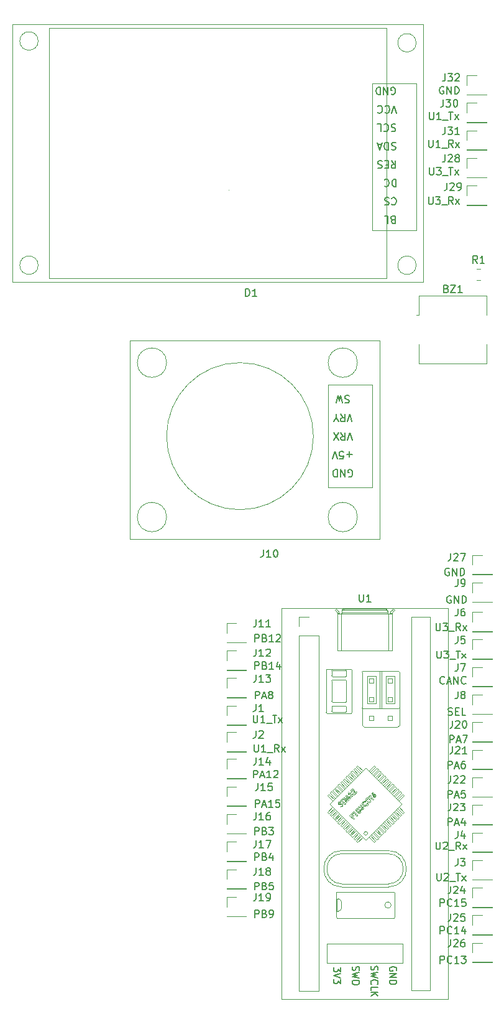
<source format=gbr>
%TF.GenerationSoftware,KiCad,Pcbnew,6.0.7+dfsg-1build1*%
%TF.CreationDate,2023-03-22T19:43:23+01:00*%
%TF.ProjectId,plotter_controller,706c6f74-7465-4725-9f63-6f6e74726f6c,rev?*%
%TF.SameCoordinates,Original*%
%TF.FileFunction,Legend,Top*%
%TF.FilePolarity,Positive*%
%FSLAX46Y46*%
G04 Gerber Fmt 4.6, Leading zero omitted, Abs format (unit mm)*
G04 Created by KiCad (PCBNEW 6.0.7+dfsg-1build1) date 2023-03-22 19:43:23*
%MOMM*%
%LPD*%
G01*
G04 APERTURE LIST*
%ADD10C,0.150000*%
%ADD11C,0.120000*%
G04 APERTURE END LIST*
D10*
X115035714Y-111702380D02*
X115035714Y-110702380D01*
X115416666Y-110702380D01*
X115511904Y-110750000D01*
X115559523Y-110797619D01*
X115607142Y-110892857D01*
X115607142Y-111035714D01*
X115559523Y-111130952D01*
X115511904Y-111178571D01*
X115416666Y-111226190D01*
X115035714Y-111226190D01*
X116369047Y-111178571D02*
X116511904Y-111226190D01*
X116559523Y-111273809D01*
X116607142Y-111369047D01*
X116607142Y-111511904D01*
X116559523Y-111607142D01*
X116511904Y-111654761D01*
X116416666Y-111702380D01*
X116035714Y-111702380D01*
X116035714Y-110702380D01*
X116369047Y-110702380D01*
X116464285Y-110750000D01*
X116511904Y-110797619D01*
X116559523Y-110892857D01*
X116559523Y-110988095D01*
X116511904Y-111083333D01*
X116464285Y-111130952D01*
X116369047Y-111178571D01*
X116035714Y-111178571D01*
X117559523Y-111702380D02*
X116988095Y-111702380D01*
X117273809Y-111702380D02*
X117273809Y-110702380D01*
X117178571Y-110845238D01*
X117083333Y-110940476D01*
X116988095Y-110988095D01*
X118416666Y-111035714D02*
X118416666Y-111702380D01*
X118178571Y-110654761D02*
X117940476Y-111369047D01*
X118559523Y-111369047D01*
X140738095Y-32500000D02*
X140642857Y-32452380D01*
X140500000Y-32452380D01*
X140357142Y-32500000D01*
X140261904Y-32595238D01*
X140214285Y-32690476D01*
X140166666Y-32880952D01*
X140166666Y-33023809D01*
X140214285Y-33214285D01*
X140261904Y-33309523D01*
X140357142Y-33404761D01*
X140500000Y-33452380D01*
X140595238Y-33452380D01*
X140738095Y-33404761D01*
X140785714Y-33357142D01*
X140785714Y-33023809D01*
X140595238Y-33023809D01*
X141214285Y-33452380D02*
X141214285Y-32452380D01*
X141785714Y-33452380D01*
X141785714Y-32452380D01*
X142261904Y-33452380D02*
X142261904Y-32452380D01*
X142500000Y-32452380D01*
X142642857Y-32500000D01*
X142738095Y-32595238D01*
X142785714Y-32690476D01*
X142833333Y-32880952D01*
X142833333Y-33023809D01*
X142785714Y-33214285D01*
X142738095Y-33309523D01*
X142642857Y-33404761D01*
X142500000Y-33452380D01*
X142261904Y-33452380D01*
X138821428Y-35952380D02*
X138821428Y-36761904D01*
X138869047Y-36857142D01*
X138916666Y-36904761D01*
X139011904Y-36952380D01*
X139202380Y-36952380D01*
X139297619Y-36904761D01*
X139345238Y-36857142D01*
X139392857Y-36761904D01*
X139392857Y-35952380D01*
X140392857Y-36952380D02*
X139821428Y-36952380D01*
X140107142Y-36952380D02*
X140107142Y-35952380D01*
X140011904Y-36095238D01*
X139916666Y-36190476D01*
X139821428Y-36238095D01*
X140583333Y-37047619D02*
X141345238Y-37047619D01*
X141440476Y-35952380D02*
X142011904Y-35952380D01*
X141726190Y-36952380D02*
X141726190Y-35952380D01*
X142250000Y-36952380D02*
X142773809Y-36285714D01*
X142250000Y-36285714D02*
X142773809Y-36952380D01*
X139821428Y-139452380D02*
X139821428Y-140261904D01*
X139869047Y-140357142D01*
X139916666Y-140404761D01*
X140011904Y-140452380D01*
X140202380Y-140452380D01*
X140297619Y-140404761D01*
X140345238Y-140357142D01*
X140392857Y-140261904D01*
X140392857Y-139452380D01*
X140821428Y-139547619D02*
X140869047Y-139500000D01*
X140964285Y-139452380D01*
X141202380Y-139452380D01*
X141297619Y-139500000D01*
X141345238Y-139547619D01*
X141392857Y-139642857D01*
X141392857Y-139738095D01*
X141345238Y-139880952D01*
X140773809Y-140452380D01*
X141392857Y-140452380D01*
X141583333Y-140547619D02*
X142345238Y-140547619D01*
X142440476Y-139452380D02*
X143011904Y-139452380D01*
X142726190Y-140452380D02*
X142726190Y-139452380D01*
X143250000Y-140452380D02*
X143773809Y-139785714D01*
X143250000Y-139785714D02*
X143773809Y-140452380D01*
X141333333Y-132952380D02*
X141333333Y-131952380D01*
X141714285Y-131952380D01*
X141809523Y-132000000D01*
X141857142Y-132047619D01*
X141904761Y-132142857D01*
X141904761Y-132285714D01*
X141857142Y-132380952D01*
X141809523Y-132428571D01*
X141714285Y-132476190D01*
X141333333Y-132476190D01*
X142285714Y-132666666D02*
X142761904Y-132666666D01*
X142190476Y-132952380D02*
X142523809Y-131952380D01*
X142857142Y-132952380D01*
X143619047Y-132285714D02*
X143619047Y-132952380D01*
X143380952Y-131904761D02*
X143142857Y-132619047D01*
X143761904Y-132619047D01*
X141488095Y-98000000D02*
X141392857Y-97952380D01*
X141250000Y-97952380D01*
X141107142Y-98000000D01*
X141011904Y-98095238D01*
X140964285Y-98190476D01*
X140916666Y-98380952D01*
X140916666Y-98523809D01*
X140964285Y-98714285D01*
X141011904Y-98809523D01*
X141107142Y-98904761D01*
X141250000Y-98952380D01*
X141345238Y-98952380D01*
X141488095Y-98904761D01*
X141535714Y-98857142D01*
X141535714Y-98523809D01*
X141345238Y-98523809D01*
X141964285Y-98952380D02*
X141964285Y-97952380D01*
X142535714Y-98952380D01*
X142535714Y-97952380D01*
X143011904Y-98952380D02*
X143011904Y-97952380D01*
X143250000Y-97952380D01*
X143392857Y-98000000D01*
X143488095Y-98095238D01*
X143535714Y-98190476D01*
X143583333Y-98380952D01*
X143583333Y-98523809D01*
X143535714Y-98714285D01*
X143488095Y-98809523D01*
X143392857Y-98904761D01*
X143250000Y-98952380D01*
X143011904Y-98952380D01*
X141333333Y-129202380D02*
X141333333Y-128202380D01*
X141714285Y-128202380D01*
X141809523Y-128250000D01*
X141857142Y-128297619D01*
X141904761Y-128392857D01*
X141904761Y-128535714D01*
X141857142Y-128630952D01*
X141809523Y-128678571D01*
X141714285Y-128726190D01*
X141333333Y-128726190D01*
X142285714Y-128916666D02*
X142761904Y-128916666D01*
X142190476Y-129202380D02*
X142523809Y-128202380D01*
X142857142Y-129202380D01*
X143666666Y-128202380D02*
X143190476Y-128202380D01*
X143142857Y-128678571D01*
X143190476Y-128630952D01*
X143285714Y-128583333D01*
X143523809Y-128583333D01*
X143619047Y-128630952D01*
X143666666Y-128678571D01*
X143714285Y-128773809D01*
X143714285Y-129011904D01*
X143666666Y-129107142D01*
X143619047Y-129154761D01*
X143523809Y-129202380D01*
X143285714Y-129202380D01*
X143190476Y-129154761D01*
X143142857Y-129107142D01*
X138702380Y-39702380D02*
X138702380Y-40511904D01*
X138750000Y-40607142D01*
X138797619Y-40654761D01*
X138892857Y-40702380D01*
X139083333Y-40702380D01*
X139178571Y-40654761D01*
X139226190Y-40607142D01*
X139273809Y-40511904D01*
X139273809Y-39702380D01*
X140273809Y-40702380D02*
X139702380Y-40702380D01*
X139988095Y-40702380D02*
X139988095Y-39702380D01*
X139892857Y-39845238D01*
X139797619Y-39940476D01*
X139702380Y-39988095D01*
X140464285Y-40797619D02*
X141226190Y-40797619D01*
X142035714Y-40702380D02*
X141702380Y-40226190D01*
X141464285Y-40702380D02*
X141464285Y-39702380D01*
X141845238Y-39702380D01*
X141940476Y-39750000D01*
X141988095Y-39797619D01*
X142035714Y-39892857D01*
X142035714Y-40035714D01*
X141988095Y-40130952D01*
X141940476Y-40178571D01*
X141845238Y-40226190D01*
X141464285Y-40226190D01*
X142369047Y-40702380D02*
X142892857Y-40035714D01*
X142369047Y-40035714D02*
X142892857Y-40702380D01*
X141357142Y-117904761D02*
X141500000Y-117952380D01*
X141738095Y-117952380D01*
X141833333Y-117904761D01*
X141880952Y-117857142D01*
X141928571Y-117761904D01*
X141928571Y-117666666D01*
X141880952Y-117571428D01*
X141833333Y-117523809D01*
X141738095Y-117476190D01*
X141547619Y-117428571D01*
X141452380Y-117380952D01*
X141404761Y-117333333D01*
X141357142Y-117238095D01*
X141357142Y-117142857D01*
X141404761Y-117047619D01*
X141452380Y-117000000D01*
X141547619Y-116952380D01*
X141785714Y-116952380D01*
X141928571Y-117000000D01*
X142357142Y-117428571D02*
X142690476Y-117428571D01*
X142833333Y-117952380D02*
X142357142Y-117952380D01*
X142357142Y-116952380D01*
X142833333Y-116952380D01*
X143738095Y-117952380D02*
X143261904Y-117952380D01*
X143261904Y-116952380D01*
X115083333Y-115702380D02*
X115083333Y-114702380D01*
X115464285Y-114702380D01*
X115559523Y-114750000D01*
X115607142Y-114797619D01*
X115654761Y-114892857D01*
X115654761Y-115035714D01*
X115607142Y-115130952D01*
X115559523Y-115178571D01*
X115464285Y-115226190D01*
X115083333Y-115226190D01*
X116035714Y-115416666D02*
X116511904Y-115416666D01*
X115940476Y-115702380D02*
X116273809Y-114702380D01*
X116607142Y-115702380D01*
X117083333Y-115130952D02*
X116988095Y-115083333D01*
X116940476Y-115035714D01*
X116892857Y-114940476D01*
X116892857Y-114892857D01*
X116940476Y-114797619D01*
X116988095Y-114750000D01*
X117083333Y-114702380D01*
X117273809Y-114702380D01*
X117369047Y-114750000D01*
X117416666Y-114797619D01*
X117464285Y-114892857D01*
X117464285Y-114940476D01*
X117416666Y-115035714D01*
X117369047Y-115083333D01*
X117273809Y-115130952D01*
X117083333Y-115130952D01*
X116988095Y-115178571D01*
X116940476Y-115226190D01*
X116892857Y-115321428D01*
X116892857Y-115511904D01*
X116940476Y-115607142D01*
X116988095Y-115654761D01*
X117083333Y-115702380D01*
X117273809Y-115702380D01*
X117369047Y-115654761D01*
X117416666Y-115607142D01*
X117464285Y-115511904D01*
X117464285Y-115321428D01*
X117416666Y-115226190D01*
X117369047Y-115178571D01*
X117273809Y-115130952D01*
X115011904Y-137702380D02*
X115011904Y-136702380D01*
X115392857Y-136702380D01*
X115488095Y-136750000D01*
X115535714Y-136797619D01*
X115583333Y-136892857D01*
X115583333Y-137035714D01*
X115535714Y-137130952D01*
X115488095Y-137178571D01*
X115392857Y-137226190D01*
X115011904Y-137226190D01*
X116345238Y-137178571D02*
X116488095Y-137226190D01*
X116535714Y-137273809D01*
X116583333Y-137369047D01*
X116583333Y-137511904D01*
X116535714Y-137607142D01*
X116488095Y-137654761D01*
X116392857Y-137702380D01*
X116011904Y-137702380D01*
X116011904Y-136702380D01*
X116345238Y-136702380D01*
X116440476Y-136750000D01*
X116488095Y-136797619D01*
X116535714Y-136892857D01*
X116535714Y-136988095D01*
X116488095Y-137083333D01*
X116440476Y-137130952D01*
X116345238Y-137178571D01*
X116011904Y-137178571D01*
X117440476Y-137035714D02*
X117440476Y-137702380D01*
X117202380Y-136654761D02*
X116964285Y-137369047D01*
X117583333Y-137369047D01*
X140285714Y-143952380D02*
X140285714Y-142952380D01*
X140666666Y-142952380D01*
X140761904Y-143000000D01*
X140809523Y-143047619D01*
X140857142Y-143142857D01*
X140857142Y-143285714D01*
X140809523Y-143380952D01*
X140761904Y-143428571D01*
X140666666Y-143476190D01*
X140285714Y-143476190D01*
X141857142Y-143857142D02*
X141809523Y-143904761D01*
X141666666Y-143952380D01*
X141571428Y-143952380D01*
X141428571Y-143904761D01*
X141333333Y-143809523D01*
X141285714Y-143714285D01*
X141238095Y-143523809D01*
X141238095Y-143380952D01*
X141285714Y-143190476D01*
X141333333Y-143095238D01*
X141428571Y-143000000D01*
X141571428Y-142952380D01*
X141666666Y-142952380D01*
X141809523Y-143000000D01*
X141857142Y-143047619D01*
X142809523Y-143952380D02*
X142238095Y-143952380D01*
X142523809Y-143952380D02*
X142523809Y-142952380D01*
X142428571Y-143095238D01*
X142333333Y-143190476D01*
X142238095Y-143238095D01*
X143714285Y-142952380D02*
X143238095Y-142952380D01*
X143190476Y-143428571D01*
X143238095Y-143380952D01*
X143333333Y-143333333D01*
X143571428Y-143333333D01*
X143666666Y-143380952D01*
X143714285Y-143428571D01*
X143761904Y-143523809D01*
X143761904Y-143761904D01*
X143714285Y-143857142D01*
X143666666Y-143904761D01*
X143571428Y-143952380D01*
X143333333Y-143952380D01*
X143238095Y-143904761D01*
X143190476Y-143857142D01*
X138821428Y-43452380D02*
X138821428Y-44261904D01*
X138869047Y-44357142D01*
X138916666Y-44404761D01*
X139011904Y-44452380D01*
X139202380Y-44452380D01*
X139297619Y-44404761D01*
X139345238Y-44357142D01*
X139392857Y-44261904D01*
X139392857Y-43452380D01*
X139773809Y-43452380D02*
X140392857Y-43452380D01*
X140059523Y-43833333D01*
X140202380Y-43833333D01*
X140297619Y-43880952D01*
X140345238Y-43928571D01*
X140392857Y-44023809D01*
X140392857Y-44261904D01*
X140345238Y-44357142D01*
X140297619Y-44404761D01*
X140202380Y-44452380D01*
X139916666Y-44452380D01*
X139821428Y-44404761D01*
X139773809Y-44357142D01*
X140583333Y-44547619D02*
X141345238Y-44547619D01*
X141440476Y-43452380D02*
X142011904Y-43452380D01*
X141726190Y-44452380D02*
X141726190Y-43452380D01*
X142250000Y-44452380D02*
X142773809Y-43785714D01*
X142250000Y-43785714D02*
X142773809Y-44452380D01*
X114857142Y-126452380D02*
X114857142Y-125452380D01*
X115238095Y-125452380D01*
X115333333Y-125500000D01*
X115380952Y-125547619D01*
X115428571Y-125642857D01*
X115428571Y-125785714D01*
X115380952Y-125880952D01*
X115333333Y-125928571D01*
X115238095Y-125976190D01*
X114857142Y-125976190D01*
X115809523Y-126166666D02*
X116285714Y-126166666D01*
X115714285Y-126452380D02*
X116047619Y-125452380D01*
X116380952Y-126452380D01*
X117238095Y-126452380D02*
X116666666Y-126452380D01*
X116952380Y-126452380D02*
X116952380Y-125452380D01*
X116857142Y-125595238D01*
X116761904Y-125690476D01*
X116666666Y-125738095D01*
X117619047Y-125547619D02*
X117666666Y-125500000D01*
X117761904Y-125452380D01*
X118000000Y-125452380D01*
X118095238Y-125500000D01*
X118142857Y-125547619D01*
X118190476Y-125642857D01*
X118190476Y-125738095D01*
X118142857Y-125880952D01*
X117571428Y-126452380D01*
X118190476Y-126452380D01*
X138702380Y-47452380D02*
X138702380Y-48261904D01*
X138750000Y-48357142D01*
X138797619Y-48404761D01*
X138892857Y-48452380D01*
X139083333Y-48452380D01*
X139178571Y-48404761D01*
X139226190Y-48357142D01*
X139273809Y-48261904D01*
X139273809Y-47452380D01*
X139654761Y-47452380D02*
X140273809Y-47452380D01*
X139940476Y-47833333D01*
X140083333Y-47833333D01*
X140178571Y-47880952D01*
X140226190Y-47928571D01*
X140273809Y-48023809D01*
X140273809Y-48261904D01*
X140226190Y-48357142D01*
X140178571Y-48404761D01*
X140083333Y-48452380D01*
X139797619Y-48452380D01*
X139702380Y-48404761D01*
X139654761Y-48357142D01*
X140464285Y-48547619D02*
X141226190Y-48547619D01*
X142035714Y-48452380D02*
X141702380Y-47976190D01*
X141464285Y-48452380D02*
X141464285Y-47452380D01*
X141845238Y-47452380D01*
X141940476Y-47500000D01*
X141988095Y-47547619D01*
X142035714Y-47642857D01*
X142035714Y-47785714D01*
X141988095Y-47880952D01*
X141940476Y-47928571D01*
X141845238Y-47976190D01*
X141464285Y-47976190D01*
X142369047Y-48452380D02*
X142892857Y-47785714D01*
X142369047Y-47785714D02*
X142892857Y-48452380D01*
X115011904Y-134202380D02*
X115011904Y-133202380D01*
X115392857Y-133202380D01*
X115488095Y-133250000D01*
X115535714Y-133297619D01*
X115583333Y-133392857D01*
X115583333Y-133535714D01*
X115535714Y-133630952D01*
X115488095Y-133678571D01*
X115392857Y-133726190D01*
X115011904Y-133726190D01*
X116345238Y-133678571D02*
X116488095Y-133726190D01*
X116535714Y-133773809D01*
X116583333Y-133869047D01*
X116583333Y-134011904D01*
X116535714Y-134107142D01*
X116488095Y-134154761D01*
X116392857Y-134202380D01*
X116011904Y-134202380D01*
X116011904Y-133202380D01*
X116345238Y-133202380D01*
X116440476Y-133250000D01*
X116488095Y-133297619D01*
X116535714Y-133392857D01*
X116535714Y-133488095D01*
X116488095Y-133583333D01*
X116440476Y-133630952D01*
X116345238Y-133678571D01*
X116011904Y-133678571D01*
X116916666Y-133202380D02*
X117535714Y-133202380D01*
X117202380Y-133583333D01*
X117345238Y-133583333D01*
X117440476Y-133630952D01*
X117488095Y-133678571D01*
X117535714Y-133773809D01*
X117535714Y-134011904D01*
X117488095Y-134107142D01*
X117440476Y-134154761D01*
X117345238Y-134202380D01*
X117059523Y-134202380D01*
X116964285Y-134154761D01*
X116916666Y-134107142D01*
X139702380Y-105452380D02*
X139702380Y-106261904D01*
X139750000Y-106357142D01*
X139797619Y-106404761D01*
X139892857Y-106452380D01*
X140083333Y-106452380D01*
X140178571Y-106404761D01*
X140226190Y-106357142D01*
X140273809Y-106261904D01*
X140273809Y-105452380D01*
X140654761Y-105452380D02*
X141273809Y-105452380D01*
X140940476Y-105833333D01*
X141083333Y-105833333D01*
X141178571Y-105880952D01*
X141226190Y-105928571D01*
X141273809Y-106023809D01*
X141273809Y-106261904D01*
X141226190Y-106357142D01*
X141178571Y-106404761D01*
X141083333Y-106452380D01*
X140797619Y-106452380D01*
X140702380Y-106404761D01*
X140654761Y-106357142D01*
X141464285Y-106547619D02*
X142226190Y-106547619D01*
X143035714Y-106452380D02*
X142702380Y-105976190D01*
X142464285Y-106452380D02*
X142464285Y-105452380D01*
X142845238Y-105452380D01*
X142940476Y-105500000D01*
X142988095Y-105547619D01*
X143035714Y-105642857D01*
X143035714Y-105785714D01*
X142988095Y-105880952D01*
X142940476Y-105928571D01*
X142845238Y-105976190D01*
X142464285Y-105976190D01*
X143369047Y-106452380D02*
X143892857Y-105785714D01*
X143369047Y-105785714D02*
X143892857Y-106452380D01*
X141738095Y-101750000D02*
X141642857Y-101702380D01*
X141500000Y-101702380D01*
X141357142Y-101750000D01*
X141261904Y-101845238D01*
X141214285Y-101940476D01*
X141166666Y-102130952D01*
X141166666Y-102273809D01*
X141214285Y-102464285D01*
X141261904Y-102559523D01*
X141357142Y-102654761D01*
X141500000Y-102702380D01*
X141595238Y-102702380D01*
X141738095Y-102654761D01*
X141785714Y-102607142D01*
X141785714Y-102273809D01*
X141595238Y-102273809D01*
X142214285Y-102702380D02*
X142214285Y-101702380D01*
X142785714Y-102702380D01*
X142785714Y-101702380D01*
X143261904Y-102702380D02*
X143261904Y-101702380D01*
X143500000Y-101702380D01*
X143642857Y-101750000D01*
X143738095Y-101845238D01*
X143785714Y-101940476D01*
X143833333Y-102130952D01*
X143833333Y-102273809D01*
X143785714Y-102464285D01*
X143738095Y-102559523D01*
X143642857Y-102654761D01*
X143500000Y-102702380D01*
X143261904Y-102702380D01*
X141583333Y-121702380D02*
X141583333Y-120702380D01*
X141964285Y-120702380D01*
X142059523Y-120750000D01*
X142107142Y-120797619D01*
X142154761Y-120892857D01*
X142154761Y-121035714D01*
X142107142Y-121130952D01*
X142059523Y-121178571D01*
X141964285Y-121226190D01*
X141583333Y-121226190D01*
X142535714Y-121416666D02*
X143011904Y-121416666D01*
X142440476Y-121702380D02*
X142773809Y-120702380D01*
X143107142Y-121702380D01*
X143345238Y-120702380D02*
X144011904Y-120702380D01*
X143583333Y-121702380D01*
X115107142Y-130452380D02*
X115107142Y-129452380D01*
X115488095Y-129452380D01*
X115583333Y-129500000D01*
X115630952Y-129547619D01*
X115678571Y-129642857D01*
X115678571Y-129785714D01*
X115630952Y-129880952D01*
X115583333Y-129928571D01*
X115488095Y-129976190D01*
X115107142Y-129976190D01*
X116059523Y-130166666D02*
X116535714Y-130166666D01*
X115964285Y-130452380D02*
X116297619Y-129452380D01*
X116630952Y-130452380D01*
X117488095Y-130452380D02*
X116916666Y-130452380D01*
X117202380Y-130452380D02*
X117202380Y-129452380D01*
X117107142Y-129595238D01*
X117011904Y-129690476D01*
X116916666Y-129738095D01*
X118392857Y-129452380D02*
X117916666Y-129452380D01*
X117869047Y-129928571D01*
X117916666Y-129880952D01*
X118011904Y-129833333D01*
X118250000Y-129833333D01*
X118345238Y-129880952D01*
X118392857Y-129928571D01*
X118440476Y-130023809D01*
X118440476Y-130261904D01*
X118392857Y-130357142D01*
X118345238Y-130404761D01*
X118250000Y-130452380D01*
X118011904Y-130452380D01*
X117916666Y-130404761D01*
X117869047Y-130357142D01*
X140285714Y-147702380D02*
X140285714Y-146702380D01*
X140666666Y-146702380D01*
X140761904Y-146750000D01*
X140809523Y-146797619D01*
X140857142Y-146892857D01*
X140857142Y-147035714D01*
X140809523Y-147130952D01*
X140761904Y-147178571D01*
X140666666Y-147226190D01*
X140285714Y-147226190D01*
X141857142Y-147607142D02*
X141809523Y-147654761D01*
X141666666Y-147702380D01*
X141571428Y-147702380D01*
X141428571Y-147654761D01*
X141333333Y-147559523D01*
X141285714Y-147464285D01*
X141238095Y-147273809D01*
X141238095Y-147130952D01*
X141285714Y-146940476D01*
X141333333Y-146845238D01*
X141428571Y-146750000D01*
X141571428Y-146702380D01*
X141666666Y-146702380D01*
X141809523Y-146750000D01*
X141857142Y-146797619D01*
X142809523Y-147702380D02*
X142238095Y-147702380D01*
X142523809Y-147702380D02*
X142523809Y-146702380D01*
X142428571Y-146845238D01*
X142333333Y-146940476D01*
X142238095Y-146988095D01*
X143666666Y-147035714D02*
X143666666Y-147702380D01*
X143428571Y-146654761D02*
X143190476Y-147369047D01*
X143809523Y-147369047D01*
X115011904Y-145452380D02*
X115011904Y-144452380D01*
X115392857Y-144452380D01*
X115488095Y-144500000D01*
X115535714Y-144547619D01*
X115583333Y-144642857D01*
X115583333Y-144785714D01*
X115535714Y-144880952D01*
X115488095Y-144928571D01*
X115392857Y-144976190D01*
X115011904Y-144976190D01*
X116345238Y-144928571D02*
X116488095Y-144976190D01*
X116535714Y-145023809D01*
X116583333Y-145119047D01*
X116583333Y-145261904D01*
X116535714Y-145357142D01*
X116488095Y-145404761D01*
X116392857Y-145452380D01*
X116011904Y-145452380D01*
X116011904Y-144452380D01*
X116345238Y-144452380D01*
X116440476Y-144500000D01*
X116488095Y-144547619D01*
X116535714Y-144642857D01*
X116535714Y-144738095D01*
X116488095Y-144833333D01*
X116440476Y-144880952D01*
X116345238Y-144928571D01*
X116011904Y-144928571D01*
X117059523Y-145452380D02*
X117250000Y-145452380D01*
X117345238Y-145404761D01*
X117392857Y-145357142D01*
X117488095Y-145214285D01*
X117535714Y-145023809D01*
X117535714Y-144642857D01*
X117488095Y-144547619D01*
X117440476Y-144500000D01*
X117345238Y-144452380D01*
X117154761Y-144452380D01*
X117059523Y-144500000D01*
X117011904Y-144547619D01*
X116964285Y-144642857D01*
X116964285Y-144880952D01*
X117011904Y-144976190D01*
X117059523Y-145023809D01*
X117154761Y-145071428D01*
X117345238Y-145071428D01*
X117440476Y-145023809D01*
X117488095Y-144976190D01*
X117535714Y-144880952D01*
X115035714Y-107952380D02*
X115035714Y-106952380D01*
X115416666Y-106952380D01*
X115511904Y-107000000D01*
X115559523Y-107047619D01*
X115607142Y-107142857D01*
X115607142Y-107285714D01*
X115559523Y-107380952D01*
X115511904Y-107428571D01*
X115416666Y-107476190D01*
X115035714Y-107476190D01*
X116369047Y-107428571D02*
X116511904Y-107476190D01*
X116559523Y-107523809D01*
X116607142Y-107619047D01*
X116607142Y-107761904D01*
X116559523Y-107857142D01*
X116511904Y-107904761D01*
X116416666Y-107952380D01*
X116035714Y-107952380D01*
X116035714Y-106952380D01*
X116369047Y-106952380D01*
X116464285Y-107000000D01*
X116511904Y-107047619D01*
X116559523Y-107142857D01*
X116559523Y-107238095D01*
X116511904Y-107333333D01*
X116464285Y-107380952D01*
X116369047Y-107428571D01*
X116035714Y-107428571D01*
X117559523Y-107952380D02*
X116988095Y-107952380D01*
X117273809Y-107952380D02*
X117273809Y-106952380D01*
X117178571Y-107095238D01*
X117083333Y-107190476D01*
X116988095Y-107238095D01*
X117940476Y-107047619D02*
X117988095Y-107000000D01*
X118083333Y-106952380D01*
X118321428Y-106952380D01*
X118416666Y-107000000D01*
X118464285Y-107047619D01*
X118511904Y-107142857D01*
X118511904Y-107238095D01*
X118464285Y-107380952D01*
X117892857Y-107952380D01*
X118511904Y-107952380D01*
X115011904Y-141702380D02*
X115011904Y-140702380D01*
X115392857Y-140702380D01*
X115488095Y-140750000D01*
X115535714Y-140797619D01*
X115583333Y-140892857D01*
X115583333Y-141035714D01*
X115535714Y-141130952D01*
X115488095Y-141178571D01*
X115392857Y-141226190D01*
X115011904Y-141226190D01*
X116345238Y-141178571D02*
X116488095Y-141226190D01*
X116535714Y-141273809D01*
X116583333Y-141369047D01*
X116583333Y-141511904D01*
X116535714Y-141607142D01*
X116488095Y-141654761D01*
X116392857Y-141702380D01*
X116011904Y-141702380D01*
X116011904Y-140702380D01*
X116345238Y-140702380D01*
X116440476Y-140750000D01*
X116488095Y-140797619D01*
X116535714Y-140892857D01*
X116535714Y-140988095D01*
X116488095Y-141083333D01*
X116440476Y-141130952D01*
X116345238Y-141178571D01*
X116011904Y-141178571D01*
X117488095Y-140702380D02*
X117011904Y-140702380D01*
X116964285Y-141178571D01*
X117011904Y-141130952D01*
X117107142Y-141083333D01*
X117345238Y-141083333D01*
X117440476Y-141130952D01*
X117488095Y-141178571D01*
X117535714Y-141273809D01*
X117535714Y-141511904D01*
X117488095Y-141607142D01*
X117440476Y-141654761D01*
X117345238Y-141702380D01*
X117107142Y-141702380D01*
X117011904Y-141654761D01*
X116964285Y-141607142D01*
X139702380Y-135202380D02*
X139702380Y-136011904D01*
X139750000Y-136107142D01*
X139797619Y-136154761D01*
X139892857Y-136202380D01*
X140083333Y-136202380D01*
X140178571Y-136154761D01*
X140226190Y-136107142D01*
X140273809Y-136011904D01*
X140273809Y-135202380D01*
X140702380Y-135297619D02*
X140750000Y-135250000D01*
X140845238Y-135202380D01*
X141083333Y-135202380D01*
X141178571Y-135250000D01*
X141226190Y-135297619D01*
X141273809Y-135392857D01*
X141273809Y-135488095D01*
X141226190Y-135630952D01*
X140654761Y-136202380D01*
X141273809Y-136202380D01*
X141464285Y-136297619D02*
X142226190Y-136297619D01*
X143035714Y-136202380D02*
X142702380Y-135726190D01*
X142464285Y-136202380D02*
X142464285Y-135202380D01*
X142845238Y-135202380D01*
X142940476Y-135250000D01*
X142988095Y-135297619D01*
X143035714Y-135392857D01*
X143035714Y-135535714D01*
X142988095Y-135630952D01*
X142940476Y-135678571D01*
X142845238Y-135726190D01*
X142464285Y-135726190D01*
X143369047Y-136202380D02*
X143892857Y-135535714D01*
X143369047Y-135535714D02*
X143892857Y-136202380D01*
X140857142Y-113607142D02*
X140809523Y-113654761D01*
X140666666Y-113702380D01*
X140571428Y-113702380D01*
X140428571Y-113654761D01*
X140333333Y-113559523D01*
X140285714Y-113464285D01*
X140238095Y-113273809D01*
X140238095Y-113130952D01*
X140285714Y-112940476D01*
X140333333Y-112845238D01*
X140428571Y-112750000D01*
X140571428Y-112702380D01*
X140666666Y-112702380D01*
X140809523Y-112750000D01*
X140857142Y-112797619D01*
X141238095Y-113416666D02*
X141714285Y-113416666D01*
X141142857Y-113702380D02*
X141476190Y-112702380D01*
X141809523Y-113702380D01*
X142142857Y-113702380D02*
X142142857Y-112702380D01*
X142714285Y-113702380D01*
X142714285Y-112702380D01*
X143761904Y-113607142D02*
X143714285Y-113654761D01*
X143571428Y-113702380D01*
X143476190Y-113702380D01*
X143333333Y-113654761D01*
X143238095Y-113559523D01*
X143190476Y-113464285D01*
X143142857Y-113273809D01*
X143142857Y-113130952D01*
X143190476Y-112940476D01*
X143238095Y-112845238D01*
X143333333Y-112750000D01*
X143476190Y-112702380D01*
X143571428Y-112702380D01*
X143714285Y-112750000D01*
X143761904Y-112797619D01*
X141333333Y-125202380D02*
X141333333Y-124202380D01*
X141714285Y-124202380D01*
X141809523Y-124250000D01*
X141857142Y-124297619D01*
X141904761Y-124392857D01*
X141904761Y-124535714D01*
X141857142Y-124630952D01*
X141809523Y-124678571D01*
X141714285Y-124726190D01*
X141333333Y-124726190D01*
X142285714Y-124916666D02*
X142761904Y-124916666D01*
X142190476Y-125202380D02*
X142523809Y-124202380D01*
X142857142Y-125202380D01*
X143619047Y-124202380D02*
X143428571Y-124202380D01*
X143333333Y-124250000D01*
X143285714Y-124297619D01*
X143190476Y-124440476D01*
X143142857Y-124630952D01*
X143142857Y-125011904D01*
X143190476Y-125107142D01*
X143238095Y-125154761D01*
X143333333Y-125202380D01*
X143523809Y-125202380D01*
X143619047Y-125154761D01*
X143666666Y-125107142D01*
X143714285Y-125011904D01*
X143714285Y-124773809D01*
X143666666Y-124678571D01*
X143619047Y-124630952D01*
X143523809Y-124583333D01*
X143333333Y-124583333D01*
X143238095Y-124630952D01*
X143190476Y-124678571D01*
X143142857Y-124773809D01*
X114952380Y-121952380D02*
X114952380Y-122761904D01*
X115000000Y-122857142D01*
X115047619Y-122904761D01*
X115142857Y-122952380D01*
X115333333Y-122952380D01*
X115428571Y-122904761D01*
X115476190Y-122857142D01*
X115523809Y-122761904D01*
X115523809Y-121952380D01*
X116523809Y-122952380D02*
X115952380Y-122952380D01*
X116238095Y-122952380D02*
X116238095Y-121952380D01*
X116142857Y-122095238D01*
X116047619Y-122190476D01*
X115952380Y-122238095D01*
X116714285Y-123047619D02*
X117476190Y-123047619D01*
X118285714Y-122952380D02*
X117952380Y-122476190D01*
X117714285Y-122952380D02*
X117714285Y-121952380D01*
X118095238Y-121952380D01*
X118190476Y-122000000D01*
X118238095Y-122047619D01*
X118285714Y-122142857D01*
X118285714Y-122285714D01*
X118238095Y-122380952D01*
X118190476Y-122428571D01*
X118095238Y-122476190D01*
X117714285Y-122476190D01*
X118619047Y-122952380D02*
X119142857Y-122285714D01*
X118619047Y-122285714D02*
X119142857Y-122952380D01*
X140285714Y-151702380D02*
X140285714Y-150702380D01*
X140666666Y-150702380D01*
X140761904Y-150750000D01*
X140809523Y-150797619D01*
X140857142Y-150892857D01*
X140857142Y-151035714D01*
X140809523Y-151130952D01*
X140761904Y-151178571D01*
X140666666Y-151226190D01*
X140285714Y-151226190D01*
X141857142Y-151607142D02*
X141809523Y-151654761D01*
X141666666Y-151702380D01*
X141571428Y-151702380D01*
X141428571Y-151654761D01*
X141333333Y-151559523D01*
X141285714Y-151464285D01*
X141238095Y-151273809D01*
X141238095Y-151130952D01*
X141285714Y-150940476D01*
X141333333Y-150845238D01*
X141428571Y-150750000D01*
X141571428Y-150702380D01*
X141666666Y-150702380D01*
X141809523Y-150750000D01*
X141857142Y-150797619D01*
X142809523Y-151702380D02*
X142238095Y-151702380D01*
X142523809Y-151702380D02*
X142523809Y-150702380D01*
X142428571Y-150845238D01*
X142333333Y-150940476D01*
X142238095Y-150988095D01*
X143142857Y-150702380D02*
X143761904Y-150702380D01*
X143428571Y-151083333D01*
X143571428Y-151083333D01*
X143666666Y-151130952D01*
X143714285Y-151178571D01*
X143761904Y-151273809D01*
X143761904Y-151511904D01*
X143714285Y-151607142D01*
X143666666Y-151654761D01*
X143571428Y-151702380D01*
X143285714Y-151702380D01*
X143190476Y-151654761D01*
X143142857Y-151607142D01*
X139821428Y-109202380D02*
X139821428Y-110011904D01*
X139869047Y-110107142D01*
X139916666Y-110154761D01*
X140011904Y-110202380D01*
X140202380Y-110202380D01*
X140297619Y-110154761D01*
X140345238Y-110107142D01*
X140392857Y-110011904D01*
X140392857Y-109202380D01*
X140773809Y-109202380D02*
X141392857Y-109202380D01*
X141059523Y-109583333D01*
X141202380Y-109583333D01*
X141297619Y-109630952D01*
X141345238Y-109678571D01*
X141392857Y-109773809D01*
X141392857Y-110011904D01*
X141345238Y-110107142D01*
X141297619Y-110154761D01*
X141202380Y-110202380D01*
X140916666Y-110202380D01*
X140821428Y-110154761D01*
X140773809Y-110107142D01*
X141583333Y-110297619D02*
X142345238Y-110297619D01*
X142440476Y-109202380D02*
X143011904Y-109202380D01*
X142726190Y-110202380D02*
X142726190Y-109202380D01*
X143250000Y-110202380D02*
X143773809Y-109535714D01*
X143250000Y-109535714D02*
X143773809Y-110202380D01*
X114821428Y-117952380D02*
X114821428Y-118761904D01*
X114869047Y-118857142D01*
X114916666Y-118904761D01*
X115011904Y-118952380D01*
X115202380Y-118952380D01*
X115297619Y-118904761D01*
X115345238Y-118857142D01*
X115392857Y-118761904D01*
X115392857Y-117952380D01*
X116392857Y-118952380D02*
X115821428Y-118952380D01*
X116107142Y-118952380D02*
X116107142Y-117952380D01*
X116011904Y-118095238D01*
X115916666Y-118190476D01*
X115821428Y-118238095D01*
X116583333Y-119047619D02*
X117345238Y-119047619D01*
X117440476Y-117952380D02*
X118011904Y-117952380D01*
X117726190Y-118952380D02*
X117726190Y-117952380D01*
X118250000Y-118952380D02*
X118773809Y-118285714D01*
X118250000Y-118285714D02*
X118773809Y-118952380D01*
%TO.C,J1*%
X115166666Y-116452380D02*
X115166666Y-117166666D01*
X115119047Y-117309523D01*
X115023809Y-117404761D01*
X114880952Y-117452380D01*
X114785714Y-117452380D01*
X116166666Y-117452380D02*
X115595238Y-117452380D01*
X115880952Y-117452380D02*
X115880952Y-116452380D01*
X115785714Y-116595238D01*
X115690476Y-116690476D01*
X115595238Y-116738095D01*
%TO.C,J31*%
X140940476Y-37952380D02*
X140940476Y-38666666D01*
X140892857Y-38809523D01*
X140797619Y-38904761D01*
X140654761Y-38952380D01*
X140559523Y-38952380D01*
X141321428Y-37952380D02*
X141940476Y-37952380D01*
X141607142Y-38333333D01*
X141750000Y-38333333D01*
X141845238Y-38380952D01*
X141892857Y-38428571D01*
X141940476Y-38523809D01*
X141940476Y-38761904D01*
X141892857Y-38857142D01*
X141845238Y-38904761D01*
X141750000Y-38952380D01*
X141464285Y-38952380D01*
X141369047Y-38904761D01*
X141321428Y-38857142D01*
X142892857Y-38952380D02*
X142321428Y-38952380D01*
X142607142Y-38952380D02*
X142607142Y-37952380D01*
X142511904Y-38095238D01*
X142416666Y-38190476D01*
X142321428Y-38238095D01*
%TO.C,J24*%
X141690476Y-141202380D02*
X141690476Y-141916666D01*
X141642857Y-142059523D01*
X141547619Y-142154761D01*
X141404761Y-142202380D01*
X141309523Y-142202380D01*
X142119047Y-141297619D02*
X142166666Y-141250000D01*
X142261904Y-141202380D01*
X142500000Y-141202380D01*
X142595238Y-141250000D01*
X142642857Y-141297619D01*
X142690476Y-141392857D01*
X142690476Y-141488095D01*
X142642857Y-141630952D01*
X142071428Y-142202380D01*
X142690476Y-142202380D01*
X143547619Y-141535714D02*
X143547619Y-142202380D01*
X143309523Y-141154761D02*
X143071428Y-141869047D01*
X143690476Y-141869047D01*
%TO.C,J20*%
X141940476Y-118702380D02*
X141940476Y-119416666D01*
X141892857Y-119559523D01*
X141797619Y-119654761D01*
X141654761Y-119702380D01*
X141559523Y-119702380D01*
X142369047Y-118797619D02*
X142416666Y-118750000D01*
X142511904Y-118702380D01*
X142750000Y-118702380D01*
X142845238Y-118750000D01*
X142892857Y-118797619D01*
X142940476Y-118892857D01*
X142940476Y-118988095D01*
X142892857Y-119130952D01*
X142321428Y-119702380D01*
X142940476Y-119702380D01*
X143559523Y-118702380D02*
X143654761Y-118702380D01*
X143750000Y-118750000D01*
X143797619Y-118797619D01*
X143845238Y-118892857D01*
X143892857Y-119083333D01*
X143892857Y-119321428D01*
X143845238Y-119511904D01*
X143797619Y-119607142D01*
X143750000Y-119654761D01*
X143654761Y-119702380D01*
X143559523Y-119702380D01*
X143464285Y-119654761D01*
X143416666Y-119607142D01*
X143369047Y-119511904D01*
X143321428Y-119321428D01*
X143321428Y-119083333D01*
X143369047Y-118892857D01*
X143416666Y-118797619D01*
X143464285Y-118750000D01*
X143559523Y-118702380D01*
%TO.C,J3*%
X142666666Y-137452380D02*
X142666666Y-138166666D01*
X142619047Y-138309523D01*
X142523809Y-138404761D01*
X142380952Y-138452380D01*
X142285714Y-138452380D01*
X143047619Y-137452380D02*
X143666666Y-137452380D01*
X143333333Y-137833333D01*
X143476190Y-137833333D01*
X143571428Y-137880952D01*
X143619047Y-137928571D01*
X143666666Y-138023809D01*
X143666666Y-138261904D01*
X143619047Y-138357142D01*
X143571428Y-138404761D01*
X143476190Y-138452380D01*
X143190476Y-138452380D01*
X143095238Y-138404761D01*
X143047619Y-138357142D01*
%TO.C,J11*%
X115190476Y-104952380D02*
X115190476Y-105666666D01*
X115142857Y-105809523D01*
X115047619Y-105904761D01*
X114904761Y-105952380D01*
X114809523Y-105952380D01*
X116190476Y-105952380D02*
X115619047Y-105952380D01*
X115904761Y-105952380D02*
X115904761Y-104952380D01*
X115809523Y-105095238D01*
X115714285Y-105190476D01*
X115619047Y-105238095D01*
X117142857Y-105952380D02*
X116571428Y-105952380D01*
X116857142Y-105952380D02*
X116857142Y-104952380D01*
X116761904Y-105095238D01*
X116666666Y-105190476D01*
X116571428Y-105238095D01*
%TO.C,D1*%
X113761904Y-60952380D02*
X113761904Y-59952380D01*
X114000000Y-59952380D01*
X114142857Y-60000000D01*
X114238095Y-60095238D01*
X114285714Y-60190476D01*
X114333333Y-60380952D01*
X114333333Y-60523809D01*
X114285714Y-60714285D01*
X114238095Y-60809523D01*
X114142857Y-60904761D01*
X114000000Y-60952380D01*
X113761904Y-60952380D01*
X115285714Y-60952380D02*
X114714285Y-60952380D01*
X115000000Y-60952380D02*
X115000000Y-59952380D01*
X114904761Y-60095238D01*
X114809523Y-60190476D01*
X114714285Y-60238095D01*
X134333333Y-36047619D02*
X134000000Y-35047619D01*
X133666666Y-36047619D01*
X132761904Y-35142857D02*
X132809523Y-35095238D01*
X132952380Y-35047619D01*
X133047619Y-35047619D01*
X133190476Y-35095238D01*
X133285714Y-35190476D01*
X133333333Y-35285714D01*
X133380952Y-35476190D01*
X133380952Y-35619047D01*
X133333333Y-35809523D01*
X133285714Y-35904761D01*
X133190476Y-36000000D01*
X133047619Y-36047619D01*
X132952380Y-36047619D01*
X132809523Y-36000000D01*
X132761904Y-35952380D01*
X131761904Y-35142857D02*
X131809523Y-35095238D01*
X131952380Y-35047619D01*
X132047619Y-35047619D01*
X132190476Y-35095238D01*
X132285714Y-35190476D01*
X132333333Y-35285714D01*
X132380952Y-35476190D01*
X132380952Y-35619047D01*
X132333333Y-35809523D01*
X132285714Y-35904761D01*
X132190476Y-36000000D01*
X132047619Y-36047619D01*
X131952380Y-36047619D01*
X131809523Y-36000000D01*
X131761904Y-35952380D01*
X134261904Y-45047619D02*
X134261904Y-46047619D01*
X134023809Y-46047619D01*
X133880952Y-46000000D01*
X133785714Y-45904761D01*
X133738095Y-45809523D01*
X133690476Y-45619047D01*
X133690476Y-45476190D01*
X133738095Y-45285714D01*
X133785714Y-45190476D01*
X133880952Y-45095238D01*
X134023809Y-45047619D01*
X134261904Y-45047619D01*
X132690476Y-45142857D02*
X132738095Y-45095238D01*
X132880952Y-45047619D01*
X132976190Y-45047619D01*
X133119047Y-45095238D01*
X133214285Y-45190476D01*
X133261904Y-45285714D01*
X133309523Y-45476190D01*
X133309523Y-45619047D01*
X133261904Y-45809523D01*
X133214285Y-45904761D01*
X133119047Y-46000000D01*
X132976190Y-46047619D01*
X132880952Y-46047619D01*
X132738095Y-46000000D01*
X132690476Y-45952380D01*
X134214285Y-40095238D02*
X134071428Y-40047619D01*
X133833333Y-40047619D01*
X133738095Y-40095238D01*
X133690476Y-40142857D01*
X133642857Y-40238095D01*
X133642857Y-40333333D01*
X133690476Y-40428571D01*
X133738095Y-40476190D01*
X133833333Y-40523809D01*
X134023809Y-40571428D01*
X134119047Y-40619047D01*
X134166666Y-40666666D01*
X134214285Y-40761904D01*
X134214285Y-40857142D01*
X134166666Y-40952380D01*
X134119047Y-41000000D01*
X134023809Y-41047619D01*
X133785714Y-41047619D01*
X133642857Y-41000000D01*
X133214285Y-40047619D02*
X133214285Y-41047619D01*
X132976190Y-41047619D01*
X132833333Y-41000000D01*
X132738095Y-40904761D01*
X132690476Y-40809523D01*
X132642857Y-40619047D01*
X132642857Y-40476190D01*
X132690476Y-40285714D01*
X132738095Y-40190476D01*
X132833333Y-40095238D01*
X132976190Y-40047619D01*
X133214285Y-40047619D01*
X132261904Y-40333333D02*
X131785714Y-40333333D01*
X132357142Y-40047619D02*
X132023809Y-41047619D01*
X131690476Y-40047619D01*
X134190476Y-37595238D02*
X134047619Y-37547619D01*
X133809523Y-37547619D01*
X133714285Y-37595238D01*
X133666666Y-37642857D01*
X133619047Y-37738095D01*
X133619047Y-37833333D01*
X133666666Y-37928571D01*
X133714285Y-37976190D01*
X133809523Y-38023809D01*
X134000000Y-38071428D01*
X134095238Y-38119047D01*
X134142857Y-38166666D01*
X134190476Y-38261904D01*
X134190476Y-38357142D01*
X134142857Y-38452380D01*
X134095238Y-38500000D01*
X134000000Y-38547619D01*
X133761904Y-38547619D01*
X133619047Y-38500000D01*
X132619047Y-37642857D02*
X132666666Y-37595238D01*
X132809523Y-37547619D01*
X132904761Y-37547619D01*
X133047619Y-37595238D01*
X133142857Y-37690476D01*
X133190476Y-37785714D01*
X133238095Y-37976190D01*
X133238095Y-38119047D01*
X133190476Y-38309523D01*
X133142857Y-38404761D01*
X133047619Y-38500000D01*
X132904761Y-38547619D01*
X132809523Y-38547619D01*
X132666666Y-38500000D01*
X132619047Y-38452380D01*
X131714285Y-37547619D02*
X132190476Y-37547619D01*
X132190476Y-38547619D01*
X133621904Y-33500000D02*
X133717142Y-33547619D01*
X133860000Y-33547619D01*
X134002857Y-33500000D01*
X134098095Y-33404761D01*
X134145714Y-33309523D01*
X134193333Y-33119047D01*
X134193333Y-32976190D01*
X134145714Y-32785714D01*
X134098095Y-32690476D01*
X134002857Y-32595238D01*
X133860000Y-32547619D01*
X133764761Y-32547619D01*
X133621904Y-32595238D01*
X133574285Y-32642857D01*
X133574285Y-32976190D01*
X133764761Y-32976190D01*
X133145714Y-32547619D02*
X133145714Y-33547619D01*
X132574285Y-32547619D01*
X132574285Y-33547619D01*
X132098095Y-32547619D02*
X132098095Y-33547619D01*
X131860000Y-33547619D01*
X131717142Y-33500000D01*
X131621904Y-33404761D01*
X131574285Y-33309523D01*
X131526666Y-33119047D01*
X131526666Y-32976190D01*
X131574285Y-32785714D01*
X131621904Y-32690476D01*
X131717142Y-32595238D01*
X131860000Y-32547619D01*
X132098095Y-32547619D01*
X133619047Y-42547619D02*
X133952380Y-43023809D01*
X134190476Y-42547619D02*
X134190476Y-43547619D01*
X133809523Y-43547619D01*
X133714285Y-43500000D01*
X133666666Y-43452380D01*
X133619047Y-43357142D01*
X133619047Y-43214285D01*
X133666666Y-43119047D01*
X133714285Y-43071428D01*
X133809523Y-43023809D01*
X134190476Y-43023809D01*
X133190476Y-43071428D02*
X132857142Y-43071428D01*
X132714285Y-42547619D02*
X133190476Y-42547619D01*
X133190476Y-43547619D01*
X132714285Y-43547619D01*
X132333333Y-42595238D02*
X132190476Y-42547619D01*
X131952380Y-42547619D01*
X131857142Y-42595238D01*
X131809523Y-42642857D01*
X131761904Y-42738095D01*
X131761904Y-42833333D01*
X131809523Y-42928571D01*
X131857142Y-42976190D01*
X131952380Y-43023809D01*
X132142857Y-43071428D01*
X132238095Y-43119047D01*
X132285714Y-43166666D01*
X132333333Y-43261904D01*
X132333333Y-43357142D01*
X132285714Y-43452380D01*
X132238095Y-43500000D01*
X132142857Y-43547619D01*
X131904761Y-43547619D01*
X131761904Y-43500000D01*
X133833333Y-50571428D02*
X133690476Y-50523809D01*
X133642857Y-50476190D01*
X133595238Y-50380952D01*
X133595238Y-50238095D01*
X133642857Y-50142857D01*
X133690476Y-50095238D01*
X133785714Y-50047619D01*
X134166666Y-50047619D01*
X134166666Y-51047619D01*
X133833333Y-51047619D01*
X133738095Y-51000000D01*
X133690476Y-50952380D01*
X133642857Y-50857142D01*
X133642857Y-50761904D01*
X133690476Y-50666666D01*
X133738095Y-50619047D01*
X133833333Y-50571428D01*
X134166666Y-50571428D01*
X132690476Y-50047619D02*
X133166666Y-50047619D01*
X133166666Y-51047619D01*
X133666666Y-47642857D02*
X133714285Y-47595238D01*
X133857142Y-47547619D01*
X133952380Y-47547619D01*
X134095238Y-47595238D01*
X134190476Y-47690476D01*
X134238095Y-47785714D01*
X134285714Y-47976190D01*
X134285714Y-48119047D01*
X134238095Y-48309523D01*
X134190476Y-48404761D01*
X134095238Y-48500000D01*
X133952380Y-48547619D01*
X133857142Y-48547619D01*
X133714285Y-48500000D01*
X133666666Y-48452380D01*
X133285714Y-47595238D02*
X133142857Y-47547619D01*
X132904761Y-47547619D01*
X132809523Y-47595238D01*
X132761904Y-47642857D01*
X132714285Y-47738095D01*
X132714285Y-47833333D01*
X132761904Y-47928571D01*
X132809523Y-47976190D01*
X132904761Y-48023809D01*
X133095238Y-48071428D01*
X133190476Y-48119047D01*
X133238095Y-48166666D01*
X133285714Y-48261904D01*
X133285714Y-48357142D01*
X133238095Y-48452380D01*
X133190476Y-48500000D01*
X133095238Y-48547619D01*
X132857142Y-48547619D01*
X132714285Y-48500000D01*
%TO.C,J18*%
X115190476Y-138702380D02*
X115190476Y-139416666D01*
X115142857Y-139559523D01*
X115047619Y-139654761D01*
X114904761Y-139702380D01*
X114809523Y-139702380D01*
X116190476Y-139702380D02*
X115619047Y-139702380D01*
X115904761Y-139702380D02*
X115904761Y-138702380D01*
X115809523Y-138845238D01*
X115714285Y-138940476D01*
X115619047Y-138988095D01*
X116761904Y-139130952D02*
X116666666Y-139083333D01*
X116619047Y-139035714D01*
X116571428Y-138940476D01*
X116571428Y-138892857D01*
X116619047Y-138797619D01*
X116666666Y-138750000D01*
X116761904Y-138702380D01*
X116952380Y-138702380D01*
X117047619Y-138750000D01*
X117095238Y-138797619D01*
X117142857Y-138892857D01*
X117142857Y-138940476D01*
X117095238Y-139035714D01*
X117047619Y-139083333D01*
X116952380Y-139130952D01*
X116761904Y-139130952D01*
X116666666Y-139178571D01*
X116619047Y-139226190D01*
X116571428Y-139321428D01*
X116571428Y-139511904D01*
X116619047Y-139607142D01*
X116666666Y-139654761D01*
X116761904Y-139702380D01*
X116952380Y-139702380D01*
X117047619Y-139654761D01*
X117095238Y-139607142D01*
X117142857Y-139511904D01*
X117142857Y-139321428D01*
X117095238Y-139226190D01*
X117047619Y-139178571D01*
X116952380Y-139130952D01*
%TO.C,J28*%
X140940476Y-41702380D02*
X140940476Y-42416666D01*
X140892857Y-42559523D01*
X140797619Y-42654761D01*
X140654761Y-42702380D01*
X140559523Y-42702380D01*
X141369047Y-41797619D02*
X141416666Y-41750000D01*
X141511904Y-41702380D01*
X141750000Y-41702380D01*
X141845238Y-41750000D01*
X141892857Y-41797619D01*
X141940476Y-41892857D01*
X141940476Y-41988095D01*
X141892857Y-42130952D01*
X141321428Y-42702380D01*
X141940476Y-42702380D01*
X142511904Y-42130952D02*
X142416666Y-42083333D01*
X142369047Y-42035714D01*
X142321428Y-41940476D01*
X142321428Y-41892857D01*
X142369047Y-41797619D01*
X142416666Y-41750000D01*
X142511904Y-41702380D01*
X142702380Y-41702380D01*
X142797619Y-41750000D01*
X142845238Y-41797619D01*
X142892857Y-41892857D01*
X142892857Y-41940476D01*
X142845238Y-42035714D01*
X142797619Y-42083333D01*
X142702380Y-42130952D01*
X142511904Y-42130952D01*
X142416666Y-42178571D01*
X142369047Y-42226190D01*
X142321428Y-42321428D01*
X142321428Y-42511904D01*
X142369047Y-42607142D01*
X142416666Y-42654761D01*
X142511904Y-42702380D01*
X142702380Y-42702380D01*
X142797619Y-42654761D01*
X142845238Y-42607142D01*
X142892857Y-42511904D01*
X142892857Y-42321428D01*
X142845238Y-42226190D01*
X142797619Y-42178571D01*
X142702380Y-42130952D01*
%TO.C,J16*%
X115190476Y-131202380D02*
X115190476Y-131916666D01*
X115142857Y-132059523D01*
X115047619Y-132154761D01*
X114904761Y-132202380D01*
X114809523Y-132202380D01*
X116190476Y-132202380D02*
X115619047Y-132202380D01*
X115904761Y-132202380D02*
X115904761Y-131202380D01*
X115809523Y-131345238D01*
X115714285Y-131440476D01*
X115619047Y-131488095D01*
X117047619Y-131202380D02*
X116857142Y-131202380D01*
X116761904Y-131250000D01*
X116714285Y-131297619D01*
X116619047Y-131440476D01*
X116571428Y-131630952D01*
X116571428Y-132011904D01*
X116619047Y-132107142D01*
X116666666Y-132154761D01*
X116761904Y-132202380D01*
X116952380Y-132202380D01*
X117047619Y-132154761D01*
X117095238Y-132107142D01*
X117142857Y-132011904D01*
X117142857Y-131773809D01*
X117095238Y-131678571D01*
X117047619Y-131630952D01*
X116952380Y-131583333D01*
X116761904Y-131583333D01*
X116666666Y-131630952D01*
X116619047Y-131678571D01*
X116571428Y-131773809D01*
%TO.C,J30*%
X140690476Y-34202380D02*
X140690476Y-34916666D01*
X140642857Y-35059523D01*
X140547619Y-35154761D01*
X140404761Y-35202380D01*
X140309523Y-35202380D01*
X141071428Y-34202380D02*
X141690476Y-34202380D01*
X141357142Y-34583333D01*
X141500000Y-34583333D01*
X141595238Y-34630952D01*
X141642857Y-34678571D01*
X141690476Y-34773809D01*
X141690476Y-35011904D01*
X141642857Y-35107142D01*
X141595238Y-35154761D01*
X141500000Y-35202380D01*
X141214285Y-35202380D01*
X141119047Y-35154761D01*
X141071428Y-35107142D01*
X142309523Y-34202380D02*
X142404761Y-34202380D01*
X142500000Y-34250000D01*
X142547619Y-34297619D01*
X142595238Y-34392857D01*
X142642857Y-34583333D01*
X142642857Y-34821428D01*
X142595238Y-35011904D01*
X142547619Y-35107142D01*
X142500000Y-35154761D01*
X142404761Y-35202380D01*
X142309523Y-35202380D01*
X142214285Y-35154761D01*
X142166666Y-35107142D01*
X142119047Y-35011904D01*
X142071428Y-34821428D01*
X142071428Y-34583333D01*
X142119047Y-34392857D01*
X142166666Y-34297619D01*
X142214285Y-34250000D01*
X142309523Y-34202380D01*
%TO.C,J4*%
X142666666Y-133702380D02*
X142666666Y-134416666D01*
X142619047Y-134559523D01*
X142523809Y-134654761D01*
X142380952Y-134702380D01*
X142285714Y-134702380D01*
X143571428Y-134035714D02*
X143571428Y-134702380D01*
X143333333Y-133654761D02*
X143095238Y-134369047D01*
X143714285Y-134369047D01*
%TO.C,J6*%
X142666666Y-103452380D02*
X142666666Y-104166666D01*
X142619047Y-104309523D01*
X142523809Y-104404761D01*
X142380952Y-104452380D01*
X142285714Y-104452380D01*
X143571428Y-103452380D02*
X143380952Y-103452380D01*
X143285714Y-103500000D01*
X143238095Y-103547619D01*
X143142857Y-103690476D01*
X143095238Y-103880952D01*
X143095238Y-104261904D01*
X143142857Y-104357142D01*
X143190476Y-104404761D01*
X143285714Y-104452380D01*
X143476190Y-104452380D01*
X143571428Y-104404761D01*
X143619047Y-104357142D01*
X143666666Y-104261904D01*
X143666666Y-104023809D01*
X143619047Y-103928571D01*
X143571428Y-103880952D01*
X143476190Y-103833333D01*
X143285714Y-103833333D01*
X143190476Y-103880952D01*
X143142857Y-103928571D01*
X143095238Y-104023809D01*
%TO.C,U1*%
X129238095Y-101512380D02*
X129238095Y-102321904D01*
X129285714Y-102417142D01*
X129333333Y-102464761D01*
X129428571Y-102512380D01*
X129619047Y-102512380D01*
X129714285Y-102464761D01*
X129761904Y-102417142D01*
X129809523Y-102321904D01*
X129809523Y-101512380D01*
X130809523Y-102512380D02*
X130238095Y-102512380D01*
X130523809Y-102512380D02*
X130523809Y-101512380D01*
X130428571Y-101655238D01*
X130333333Y-101750476D01*
X130238095Y-101798095D01*
X134310000Y-152682285D02*
X134357619Y-152596571D01*
X134357619Y-152468000D01*
X134310000Y-152339428D01*
X134214761Y-152253714D01*
X134119523Y-152210857D01*
X133929047Y-152168000D01*
X133786190Y-152168000D01*
X133595714Y-152210857D01*
X133500476Y-152253714D01*
X133405238Y-152339428D01*
X133357619Y-152468000D01*
X133357619Y-152553714D01*
X133405238Y-152682285D01*
X133452857Y-152725142D01*
X133786190Y-152725142D01*
X133786190Y-152553714D01*
X133357619Y-153110857D02*
X134357619Y-153110857D01*
X133357619Y-153625142D01*
X134357619Y-153625142D01*
X133357619Y-154053714D02*
X134357619Y-154053714D01*
X134357619Y-154268000D01*
X134310000Y-154396571D01*
X134214761Y-154482285D01*
X134119523Y-154525142D01*
X133929047Y-154568000D01*
X133786190Y-154568000D01*
X133595714Y-154525142D01*
X133500476Y-154482285D01*
X133405238Y-154396571D01*
X133357619Y-154268000D01*
X133357619Y-154053714D01*
X130865238Y-152094285D02*
X130817619Y-152222857D01*
X130817619Y-152437142D01*
X130865238Y-152522857D01*
X130912857Y-152565714D01*
X131008095Y-152608571D01*
X131103333Y-152608571D01*
X131198571Y-152565714D01*
X131246190Y-152522857D01*
X131293809Y-152437142D01*
X131341428Y-152265714D01*
X131389047Y-152180000D01*
X131436666Y-152137142D01*
X131531904Y-152094285D01*
X131627142Y-152094285D01*
X131722380Y-152137142D01*
X131770000Y-152180000D01*
X131817619Y-152265714D01*
X131817619Y-152480000D01*
X131770000Y-152608571D01*
X131817619Y-152908571D02*
X130817619Y-153122857D01*
X131531904Y-153294285D01*
X130817619Y-153465714D01*
X131817619Y-153680000D01*
X130912857Y-154537142D02*
X130865238Y-154494285D01*
X130817619Y-154365714D01*
X130817619Y-154280000D01*
X130865238Y-154151428D01*
X130960476Y-154065714D01*
X131055714Y-154022857D01*
X131246190Y-153980000D01*
X131389047Y-153980000D01*
X131579523Y-154022857D01*
X131674761Y-154065714D01*
X131770000Y-154151428D01*
X131817619Y-154280000D01*
X131817619Y-154365714D01*
X131770000Y-154494285D01*
X131722380Y-154537142D01*
X130817619Y-155351428D02*
X130817619Y-154922857D01*
X131817619Y-154922857D01*
X130817619Y-155651428D02*
X131817619Y-155651428D01*
X130817619Y-156165714D02*
X131389047Y-155780000D01*
X131817619Y-156165714D02*
X131246190Y-155651428D01*
X126737619Y-152253714D02*
X126737619Y-152810857D01*
X126356666Y-152510857D01*
X126356666Y-152639428D01*
X126309047Y-152725142D01*
X126261428Y-152768000D01*
X126166190Y-152810857D01*
X125928095Y-152810857D01*
X125832857Y-152768000D01*
X125785238Y-152725142D01*
X125737619Y-152639428D01*
X125737619Y-152382285D01*
X125785238Y-152296571D01*
X125832857Y-152253714D01*
X126737619Y-153068000D02*
X125737619Y-153368000D01*
X126737619Y-153668000D01*
X126737619Y-153882285D02*
X126737619Y-154439428D01*
X126356666Y-154139428D01*
X126356666Y-154268000D01*
X126309047Y-154353714D01*
X126261428Y-154396571D01*
X126166190Y-154439428D01*
X125928095Y-154439428D01*
X125832857Y-154396571D01*
X125785238Y-154353714D01*
X125737619Y-154268000D01*
X125737619Y-154010857D01*
X125785238Y-153925142D01*
X125832857Y-153882285D01*
X128325238Y-152125142D02*
X128277619Y-152253714D01*
X128277619Y-152468000D01*
X128325238Y-152553714D01*
X128372857Y-152596571D01*
X128468095Y-152639428D01*
X128563333Y-152639428D01*
X128658571Y-152596571D01*
X128706190Y-152553714D01*
X128753809Y-152468000D01*
X128801428Y-152296571D01*
X128849047Y-152210857D01*
X128896666Y-152168000D01*
X128991904Y-152125142D01*
X129087142Y-152125142D01*
X129182380Y-152168000D01*
X129230000Y-152210857D01*
X129277619Y-152296571D01*
X129277619Y-152510857D01*
X129230000Y-152639428D01*
X129277619Y-152939428D02*
X128277619Y-153153714D01*
X128991904Y-153325142D01*
X128277619Y-153496571D01*
X129277619Y-153710857D01*
X129277619Y-154225142D02*
X129277619Y-154396571D01*
X129230000Y-154482285D01*
X129134761Y-154568000D01*
X128944285Y-154610857D01*
X128610952Y-154610857D01*
X128420476Y-154568000D01*
X128325238Y-154482285D01*
X128277619Y-154396571D01*
X128277619Y-154225142D01*
X128325238Y-154139428D01*
X128420476Y-154053714D01*
X128610952Y-154010857D01*
X128944285Y-154010857D01*
X129134761Y-154053714D01*
X129230000Y-154139428D01*
X129277619Y-154225142D01*
%TO.C,J23*%
X141690476Y-129952380D02*
X141690476Y-130666666D01*
X141642857Y-130809523D01*
X141547619Y-130904761D01*
X141404761Y-130952380D01*
X141309523Y-130952380D01*
X142119047Y-130047619D02*
X142166666Y-130000000D01*
X142261904Y-129952380D01*
X142500000Y-129952380D01*
X142595238Y-130000000D01*
X142642857Y-130047619D01*
X142690476Y-130142857D01*
X142690476Y-130238095D01*
X142642857Y-130380952D01*
X142071428Y-130952380D01*
X142690476Y-130952380D01*
X143023809Y-129952380D02*
X143642857Y-129952380D01*
X143309523Y-130333333D01*
X143452380Y-130333333D01*
X143547619Y-130380952D01*
X143595238Y-130428571D01*
X143642857Y-130523809D01*
X143642857Y-130761904D01*
X143595238Y-130857142D01*
X143547619Y-130904761D01*
X143452380Y-130952380D01*
X143166666Y-130952380D01*
X143071428Y-130904761D01*
X143023809Y-130857142D01*
%TO.C,J15*%
X115440476Y-127202380D02*
X115440476Y-127916666D01*
X115392857Y-128059523D01*
X115297619Y-128154761D01*
X115154761Y-128202380D01*
X115059523Y-128202380D01*
X116440476Y-128202380D02*
X115869047Y-128202380D01*
X116154761Y-128202380D02*
X116154761Y-127202380D01*
X116059523Y-127345238D01*
X115964285Y-127440476D01*
X115869047Y-127488095D01*
X117345238Y-127202380D02*
X116869047Y-127202380D01*
X116821428Y-127678571D01*
X116869047Y-127630952D01*
X116964285Y-127583333D01*
X117202380Y-127583333D01*
X117297619Y-127630952D01*
X117345238Y-127678571D01*
X117392857Y-127773809D01*
X117392857Y-128011904D01*
X117345238Y-128107142D01*
X117297619Y-128154761D01*
X117202380Y-128202380D01*
X116964285Y-128202380D01*
X116869047Y-128154761D01*
X116821428Y-128107142D01*
%TO.C,J21*%
X141940476Y-122202380D02*
X141940476Y-122916666D01*
X141892857Y-123059523D01*
X141797619Y-123154761D01*
X141654761Y-123202380D01*
X141559523Y-123202380D01*
X142369047Y-122297619D02*
X142416666Y-122250000D01*
X142511904Y-122202380D01*
X142750000Y-122202380D01*
X142845238Y-122250000D01*
X142892857Y-122297619D01*
X142940476Y-122392857D01*
X142940476Y-122488095D01*
X142892857Y-122630952D01*
X142321428Y-123202380D01*
X142940476Y-123202380D01*
X143892857Y-123202380D02*
X143321428Y-123202380D01*
X143607142Y-123202380D02*
X143607142Y-122202380D01*
X143511904Y-122345238D01*
X143416666Y-122440476D01*
X143321428Y-122488095D01*
%TO.C,J5*%
X142666666Y-107202380D02*
X142666666Y-107916666D01*
X142619047Y-108059523D01*
X142523809Y-108154761D01*
X142380952Y-108202380D01*
X142285714Y-108202380D01*
X143619047Y-107202380D02*
X143142857Y-107202380D01*
X143095238Y-107678571D01*
X143142857Y-107630952D01*
X143238095Y-107583333D01*
X143476190Y-107583333D01*
X143571428Y-107630952D01*
X143619047Y-107678571D01*
X143666666Y-107773809D01*
X143666666Y-108011904D01*
X143619047Y-108107142D01*
X143571428Y-108154761D01*
X143476190Y-108202380D01*
X143238095Y-108202380D01*
X143142857Y-108154761D01*
X143095238Y-108107142D01*
%TO.C,R1*%
X145333333Y-56452380D02*
X145000000Y-55976190D01*
X144761904Y-56452380D02*
X144761904Y-55452380D01*
X145142857Y-55452380D01*
X145238095Y-55500000D01*
X145285714Y-55547619D01*
X145333333Y-55642857D01*
X145333333Y-55785714D01*
X145285714Y-55880952D01*
X145238095Y-55928571D01*
X145142857Y-55976190D01*
X144761904Y-55976190D01*
X146285714Y-56452380D02*
X145714285Y-56452380D01*
X146000000Y-56452380D02*
X146000000Y-55452380D01*
X145904761Y-55595238D01*
X145809523Y-55690476D01*
X145714285Y-55738095D01*
%TO.C,J2*%
X115166666Y-120052380D02*
X115166666Y-120766666D01*
X115119047Y-120909523D01*
X115023809Y-121004761D01*
X114880952Y-121052380D01*
X114785714Y-121052380D01*
X115595238Y-120147619D02*
X115642857Y-120100000D01*
X115738095Y-120052380D01*
X115976190Y-120052380D01*
X116071428Y-120100000D01*
X116119047Y-120147619D01*
X116166666Y-120242857D01*
X116166666Y-120338095D01*
X116119047Y-120480952D01*
X115547619Y-121052380D01*
X116166666Y-121052380D01*
%TO.C,J13*%
X115190476Y-112452380D02*
X115190476Y-113166666D01*
X115142857Y-113309523D01*
X115047619Y-113404761D01*
X114904761Y-113452380D01*
X114809523Y-113452380D01*
X116190476Y-113452380D02*
X115619047Y-113452380D01*
X115904761Y-113452380D02*
X115904761Y-112452380D01*
X115809523Y-112595238D01*
X115714285Y-112690476D01*
X115619047Y-112738095D01*
X116523809Y-112452380D02*
X117142857Y-112452380D01*
X116809523Y-112833333D01*
X116952380Y-112833333D01*
X117047619Y-112880952D01*
X117095238Y-112928571D01*
X117142857Y-113023809D01*
X117142857Y-113261904D01*
X117095238Y-113357142D01*
X117047619Y-113404761D01*
X116952380Y-113452380D01*
X116666666Y-113452380D01*
X116571428Y-113404761D01*
X116523809Y-113357142D01*
%TO.C,J19*%
X115190476Y-142202380D02*
X115190476Y-142916666D01*
X115142857Y-143059523D01*
X115047619Y-143154761D01*
X114904761Y-143202380D01*
X114809523Y-143202380D01*
X116190476Y-143202380D02*
X115619047Y-143202380D01*
X115904761Y-143202380D02*
X115904761Y-142202380D01*
X115809523Y-142345238D01*
X115714285Y-142440476D01*
X115619047Y-142488095D01*
X116666666Y-143202380D02*
X116857142Y-143202380D01*
X116952380Y-143154761D01*
X117000000Y-143107142D01*
X117095238Y-142964285D01*
X117142857Y-142773809D01*
X117142857Y-142392857D01*
X117095238Y-142297619D01*
X117047619Y-142250000D01*
X116952380Y-142202380D01*
X116761904Y-142202380D01*
X116666666Y-142250000D01*
X116619047Y-142297619D01*
X116571428Y-142392857D01*
X116571428Y-142630952D01*
X116619047Y-142726190D01*
X116666666Y-142773809D01*
X116761904Y-142821428D01*
X116952380Y-142821428D01*
X117047619Y-142773809D01*
X117095238Y-142726190D01*
X117142857Y-142630952D01*
%TO.C,BZ1*%
X141119047Y-59928571D02*
X141261904Y-59976190D01*
X141309523Y-60023809D01*
X141357142Y-60119047D01*
X141357142Y-60261904D01*
X141309523Y-60357142D01*
X141261904Y-60404761D01*
X141166666Y-60452380D01*
X140785714Y-60452380D01*
X140785714Y-59452380D01*
X141119047Y-59452380D01*
X141214285Y-59500000D01*
X141261904Y-59547619D01*
X141309523Y-59642857D01*
X141309523Y-59738095D01*
X141261904Y-59833333D01*
X141214285Y-59880952D01*
X141119047Y-59928571D01*
X140785714Y-59928571D01*
X141690476Y-59452380D02*
X142357142Y-59452380D01*
X141690476Y-60452380D01*
X142357142Y-60452380D01*
X143261904Y-60452380D02*
X142690476Y-60452380D01*
X142976190Y-60452380D02*
X142976190Y-59452380D01*
X142880952Y-59595238D01*
X142785714Y-59690476D01*
X142690476Y-59738095D01*
%TO.C,J27*%
X141690476Y-95952380D02*
X141690476Y-96666666D01*
X141642857Y-96809523D01*
X141547619Y-96904761D01*
X141404761Y-96952380D01*
X141309523Y-96952380D01*
X142119047Y-96047619D02*
X142166666Y-96000000D01*
X142261904Y-95952380D01*
X142500000Y-95952380D01*
X142595238Y-96000000D01*
X142642857Y-96047619D01*
X142690476Y-96142857D01*
X142690476Y-96238095D01*
X142642857Y-96380952D01*
X142071428Y-96952380D01*
X142690476Y-96952380D01*
X143023809Y-95952380D02*
X143690476Y-95952380D01*
X143261904Y-96952380D01*
%TO.C,J17*%
X115190476Y-134952380D02*
X115190476Y-135666666D01*
X115142857Y-135809523D01*
X115047619Y-135904761D01*
X114904761Y-135952380D01*
X114809523Y-135952380D01*
X116190476Y-135952380D02*
X115619047Y-135952380D01*
X115904761Y-135952380D02*
X115904761Y-134952380D01*
X115809523Y-135095238D01*
X115714285Y-135190476D01*
X115619047Y-135238095D01*
X116523809Y-134952380D02*
X117190476Y-134952380D01*
X116761904Y-135952380D01*
%TO.C,J32*%
X140940476Y-30702380D02*
X140940476Y-31416666D01*
X140892857Y-31559523D01*
X140797619Y-31654761D01*
X140654761Y-31702380D01*
X140559523Y-31702380D01*
X141321428Y-30702380D02*
X141940476Y-30702380D01*
X141607142Y-31083333D01*
X141750000Y-31083333D01*
X141845238Y-31130952D01*
X141892857Y-31178571D01*
X141940476Y-31273809D01*
X141940476Y-31511904D01*
X141892857Y-31607142D01*
X141845238Y-31654761D01*
X141750000Y-31702380D01*
X141464285Y-31702380D01*
X141369047Y-31654761D01*
X141321428Y-31607142D01*
X142321428Y-30797619D02*
X142369047Y-30750000D01*
X142464285Y-30702380D01*
X142702380Y-30702380D01*
X142797619Y-30750000D01*
X142845238Y-30797619D01*
X142892857Y-30892857D01*
X142892857Y-30988095D01*
X142845238Y-31130952D01*
X142273809Y-31702380D01*
X142892857Y-31702380D01*
%TO.C,J8*%
X142666666Y-114702380D02*
X142666666Y-115416666D01*
X142619047Y-115559523D01*
X142523809Y-115654761D01*
X142380952Y-115702380D01*
X142285714Y-115702380D01*
X143285714Y-115130952D02*
X143190476Y-115083333D01*
X143142857Y-115035714D01*
X143095238Y-114940476D01*
X143095238Y-114892857D01*
X143142857Y-114797619D01*
X143190476Y-114750000D01*
X143285714Y-114702380D01*
X143476190Y-114702380D01*
X143571428Y-114750000D01*
X143619047Y-114797619D01*
X143666666Y-114892857D01*
X143666666Y-114940476D01*
X143619047Y-115035714D01*
X143571428Y-115083333D01*
X143476190Y-115130952D01*
X143285714Y-115130952D01*
X143190476Y-115178571D01*
X143142857Y-115226190D01*
X143095238Y-115321428D01*
X143095238Y-115511904D01*
X143142857Y-115607142D01*
X143190476Y-115654761D01*
X143285714Y-115702380D01*
X143476190Y-115702380D01*
X143571428Y-115654761D01*
X143619047Y-115607142D01*
X143666666Y-115511904D01*
X143666666Y-115321428D01*
X143619047Y-115226190D01*
X143571428Y-115178571D01*
X143476190Y-115130952D01*
%TO.C,J14*%
X115190476Y-123702380D02*
X115190476Y-124416666D01*
X115142857Y-124559523D01*
X115047619Y-124654761D01*
X114904761Y-124702380D01*
X114809523Y-124702380D01*
X116190476Y-124702380D02*
X115619047Y-124702380D01*
X115904761Y-124702380D02*
X115904761Y-123702380D01*
X115809523Y-123845238D01*
X115714285Y-123940476D01*
X115619047Y-123988095D01*
X117047619Y-124035714D02*
X117047619Y-124702380D01*
X116809523Y-123654761D02*
X116571428Y-124369047D01*
X117190476Y-124369047D01*
%TO.C,J26*%
X141690476Y-148452380D02*
X141690476Y-149166666D01*
X141642857Y-149309523D01*
X141547619Y-149404761D01*
X141404761Y-149452380D01*
X141309523Y-149452380D01*
X142119047Y-148547619D02*
X142166666Y-148500000D01*
X142261904Y-148452380D01*
X142500000Y-148452380D01*
X142595238Y-148500000D01*
X142642857Y-148547619D01*
X142690476Y-148642857D01*
X142690476Y-148738095D01*
X142642857Y-148880952D01*
X142071428Y-149452380D01*
X142690476Y-149452380D01*
X143547619Y-148452380D02*
X143357142Y-148452380D01*
X143261904Y-148500000D01*
X143214285Y-148547619D01*
X143119047Y-148690476D01*
X143071428Y-148880952D01*
X143071428Y-149261904D01*
X143119047Y-149357142D01*
X143166666Y-149404761D01*
X143261904Y-149452380D01*
X143452380Y-149452380D01*
X143547619Y-149404761D01*
X143595238Y-149357142D01*
X143642857Y-149261904D01*
X143642857Y-149023809D01*
X143595238Y-148928571D01*
X143547619Y-148880952D01*
X143452380Y-148833333D01*
X143261904Y-148833333D01*
X143166666Y-148880952D01*
X143119047Y-148928571D01*
X143071428Y-149023809D01*
%TO.C,J25*%
X141690476Y-144952380D02*
X141690476Y-145666666D01*
X141642857Y-145809523D01*
X141547619Y-145904761D01*
X141404761Y-145952380D01*
X141309523Y-145952380D01*
X142119047Y-145047619D02*
X142166666Y-145000000D01*
X142261904Y-144952380D01*
X142500000Y-144952380D01*
X142595238Y-145000000D01*
X142642857Y-145047619D01*
X142690476Y-145142857D01*
X142690476Y-145238095D01*
X142642857Y-145380952D01*
X142071428Y-145952380D01*
X142690476Y-145952380D01*
X143595238Y-144952380D02*
X143119047Y-144952380D01*
X143071428Y-145428571D01*
X143119047Y-145380952D01*
X143214285Y-145333333D01*
X143452380Y-145333333D01*
X143547619Y-145380952D01*
X143595238Y-145428571D01*
X143642857Y-145523809D01*
X143642857Y-145761904D01*
X143595238Y-145857142D01*
X143547619Y-145904761D01*
X143452380Y-145952380D01*
X143214285Y-145952380D01*
X143119047Y-145904761D01*
X143071428Y-145857142D01*
%TO.C,J12*%
X115190476Y-108952380D02*
X115190476Y-109666666D01*
X115142857Y-109809523D01*
X115047619Y-109904761D01*
X114904761Y-109952380D01*
X114809523Y-109952380D01*
X116190476Y-109952380D02*
X115619047Y-109952380D01*
X115904761Y-109952380D02*
X115904761Y-108952380D01*
X115809523Y-109095238D01*
X115714285Y-109190476D01*
X115619047Y-109238095D01*
X116571428Y-109047619D02*
X116619047Y-109000000D01*
X116714285Y-108952380D01*
X116952380Y-108952380D01*
X117047619Y-109000000D01*
X117095238Y-109047619D01*
X117142857Y-109142857D01*
X117142857Y-109238095D01*
X117095238Y-109380952D01*
X116523809Y-109952380D01*
X117142857Y-109952380D01*
%TO.C,J29*%
X141190476Y-45552380D02*
X141190476Y-46266666D01*
X141142857Y-46409523D01*
X141047619Y-46504761D01*
X140904761Y-46552380D01*
X140809523Y-46552380D01*
X141619047Y-45647619D02*
X141666666Y-45600000D01*
X141761904Y-45552380D01*
X142000000Y-45552380D01*
X142095238Y-45600000D01*
X142142857Y-45647619D01*
X142190476Y-45742857D01*
X142190476Y-45838095D01*
X142142857Y-45980952D01*
X141571428Y-46552380D01*
X142190476Y-46552380D01*
X142666666Y-46552380D02*
X142857142Y-46552380D01*
X142952380Y-46504761D01*
X143000000Y-46457142D01*
X143095238Y-46314285D01*
X143142857Y-46123809D01*
X143142857Y-45742857D01*
X143095238Y-45647619D01*
X143047619Y-45600000D01*
X142952380Y-45552380D01*
X142761904Y-45552380D01*
X142666666Y-45600000D01*
X142619047Y-45647619D01*
X142571428Y-45742857D01*
X142571428Y-45980952D01*
X142619047Y-46076190D01*
X142666666Y-46123809D01*
X142761904Y-46171428D01*
X142952380Y-46171428D01*
X143047619Y-46123809D01*
X143095238Y-46076190D01*
X143142857Y-45980952D01*
%TO.C,J9*%
X142666666Y-99452380D02*
X142666666Y-100166666D01*
X142619047Y-100309523D01*
X142523809Y-100404761D01*
X142380952Y-100452380D01*
X142285714Y-100452380D01*
X143190476Y-100452380D02*
X143380952Y-100452380D01*
X143476190Y-100404761D01*
X143523809Y-100357142D01*
X143619047Y-100214285D01*
X143666666Y-100023809D01*
X143666666Y-99642857D01*
X143619047Y-99547619D01*
X143571428Y-99500000D01*
X143476190Y-99452380D01*
X143285714Y-99452380D01*
X143190476Y-99500000D01*
X143142857Y-99547619D01*
X143095238Y-99642857D01*
X143095238Y-99880952D01*
X143142857Y-99976190D01*
X143190476Y-100023809D01*
X143285714Y-100071428D01*
X143476190Y-100071428D01*
X143571428Y-100023809D01*
X143619047Y-99976190D01*
X143666666Y-99880952D01*
%TO.C,J22*%
X141690476Y-126202380D02*
X141690476Y-126916666D01*
X141642857Y-127059523D01*
X141547619Y-127154761D01*
X141404761Y-127202380D01*
X141309523Y-127202380D01*
X142119047Y-126297619D02*
X142166666Y-126250000D01*
X142261904Y-126202380D01*
X142500000Y-126202380D01*
X142595238Y-126250000D01*
X142642857Y-126297619D01*
X142690476Y-126392857D01*
X142690476Y-126488095D01*
X142642857Y-126630952D01*
X142071428Y-127202380D01*
X142690476Y-127202380D01*
X143071428Y-126297619D02*
X143119047Y-126250000D01*
X143214285Y-126202380D01*
X143452380Y-126202380D01*
X143547619Y-126250000D01*
X143595238Y-126297619D01*
X143642857Y-126392857D01*
X143642857Y-126488095D01*
X143595238Y-126630952D01*
X143023809Y-127202380D01*
X143642857Y-127202380D01*
%TO.C,J7*%
X142666666Y-110952380D02*
X142666666Y-111666666D01*
X142619047Y-111809523D01*
X142523809Y-111904761D01*
X142380952Y-111952380D01*
X142285714Y-111952380D01*
X143047619Y-110952380D02*
X143714285Y-110952380D01*
X143285714Y-111952380D01*
%TO.C,J10*%
X116190476Y-95452380D02*
X116190476Y-96166666D01*
X116142857Y-96309523D01*
X116047619Y-96404761D01*
X115904761Y-96452380D01*
X115809523Y-96452380D01*
X117190476Y-96452380D02*
X116619047Y-96452380D01*
X116904761Y-96452380D02*
X116904761Y-95452380D01*
X116809523Y-95595238D01*
X116714285Y-95690476D01*
X116619047Y-95738095D01*
X117809523Y-95452380D02*
X117904761Y-95452380D01*
X118000000Y-95500000D01*
X118047619Y-95547619D01*
X118095238Y-95642857D01*
X118142857Y-95833333D01*
X118142857Y-96071428D01*
X118095238Y-96261904D01*
X118047619Y-96357142D01*
X118000000Y-96404761D01*
X117904761Y-96452380D01*
X117809523Y-96452380D01*
X117714285Y-96404761D01*
X117666666Y-96357142D01*
X117619047Y-96261904D01*
X117571428Y-96071428D01*
X117571428Y-95833333D01*
X117619047Y-95642857D01*
X117666666Y-95547619D01*
X117714285Y-95500000D01*
X117809523Y-95452380D01*
X128261904Y-78007619D02*
X127928571Y-77007619D01*
X127595238Y-78007619D01*
X126690476Y-77007619D02*
X127023809Y-77483809D01*
X127261904Y-77007619D02*
X127261904Y-78007619D01*
X126880952Y-78007619D01*
X126785714Y-77960000D01*
X126738095Y-77912380D01*
X126690476Y-77817142D01*
X126690476Y-77674285D01*
X126738095Y-77579047D01*
X126785714Y-77531428D01*
X126880952Y-77483809D01*
X127261904Y-77483809D01*
X126071428Y-77483809D02*
X126071428Y-77007619D01*
X126404761Y-78007619D02*
X126071428Y-77483809D01*
X125738095Y-78007619D01*
X127761904Y-85500000D02*
X127857142Y-85547619D01*
X128000000Y-85547619D01*
X128142857Y-85500000D01*
X128238095Y-85404761D01*
X128285714Y-85309523D01*
X128333333Y-85119047D01*
X128333333Y-84976190D01*
X128285714Y-84785714D01*
X128238095Y-84690476D01*
X128142857Y-84595238D01*
X128000000Y-84547619D01*
X127904761Y-84547619D01*
X127761904Y-84595238D01*
X127714285Y-84642857D01*
X127714285Y-84976190D01*
X127904761Y-84976190D01*
X127285714Y-84547619D02*
X127285714Y-85547619D01*
X126714285Y-84547619D01*
X126714285Y-85547619D01*
X126238095Y-84547619D02*
X126238095Y-85547619D01*
X126000000Y-85547619D01*
X125857142Y-85500000D01*
X125761904Y-85404761D01*
X125714285Y-85309523D01*
X125666666Y-85119047D01*
X125666666Y-84976190D01*
X125714285Y-84785714D01*
X125761904Y-84690476D01*
X125857142Y-84595238D01*
X126000000Y-84547619D01*
X126238095Y-84547619D01*
X128285714Y-82468571D02*
X127523809Y-82468571D01*
X127904761Y-82087619D02*
X127904761Y-82849523D01*
X126571428Y-83087619D02*
X127047619Y-83087619D01*
X127095238Y-82611428D01*
X127047619Y-82659047D01*
X126952380Y-82706666D01*
X126714285Y-82706666D01*
X126619047Y-82659047D01*
X126571428Y-82611428D01*
X126523809Y-82516190D01*
X126523809Y-82278095D01*
X126571428Y-82182857D01*
X126619047Y-82135238D01*
X126714285Y-82087619D01*
X126952380Y-82087619D01*
X127047619Y-82135238D01*
X127095238Y-82182857D01*
X126238095Y-83087619D02*
X125904761Y-82087619D01*
X125571428Y-83087619D01*
X128309523Y-80547619D02*
X127976190Y-79547619D01*
X127642857Y-80547619D01*
X126738095Y-79547619D02*
X127071428Y-80023809D01*
X127309523Y-79547619D02*
X127309523Y-80547619D01*
X126928571Y-80547619D01*
X126833333Y-80500000D01*
X126785714Y-80452380D01*
X126738095Y-80357142D01*
X126738095Y-80214285D01*
X126785714Y-80119047D01*
X126833333Y-80071428D01*
X126928571Y-80023809D01*
X127309523Y-80023809D01*
X126404761Y-80547619D02*
X125738095Y-79547619D01*
X125738095Y-80547619D02*
X126404761Y-79547619D01*
X127857142Y-74515238D02*
X127714285Y-74467619D01*
X127476190Y-74467619D01*
X127380952Y-74515238D01*
X127333333Y-74562857D01*
X127285714Y-74658095D01*
X127285714Y-74753333D01*
X127333333Y-74848571D01*
X127380952Y-74896190D01*
X127476190Y-74943809D01*
X127666666Y-74991428D01*
X127761904Y-75039047D01*
X127809523Y-75086666D01*
X127857142Y-75181904D01*
X127857142Y-75277142D01*
X127809523Y-75372380D01*
X127761904Y-75420000D01*
X127666666Y-75467619D01*
X127428571Y-75467619D01*
X127285714Y-75420000D01*
X126952380Y-75467619D02*
X126714285Y-74467619D01*
X126523809Y-75181904D01*
X126333333Y-74467619D01*
X126095238Y-75467619D01*
D11*
%TO.C,J1*%
X111170000Y-118000000D02*
X111170000Y-116670000D01*
X111170000Y-119270000D02*
X113830000Y-119270000D01*
X111170000Y-119330000D02*
X113830000Y-119330000D01*
X113830000Y-119270000D02*
X113830000Y-119330000D01*
X111170000Y-119270000D02*
X111170000Y-119330000D01*
X111170000Y-116670000D02*
X112500000Y-116670000D01*
%TO.C,J31*%
X143920000Y-41080000D02*
X146580000Y-41080000D01*
X143920000Y-41020000D02*
X146580000Y-41020000D01*
X146580000Y-41020000D02*
X146580000Y-41080000D01*
X143920000Y-39750000D02*
X143920000Y-38420000D01*
X143920000Y-38420000D02*
X145250000Y-38420000D01*
X143920000Y-41020000D02*
X143920000Y-41080000D01*
%TO.C,J24*%
X144670000Y-141420000D02*
X146000000Y-141420000D01*
X144670000Y-144080000D02*
X147330000Y-144080000D01*
X144670000Y-144020000D02*
X147330000Y-144020000D01*
X144670000Y-142750000D02*
X144670000Y-141420000D01*
X147330000Y-144020000D02*
X147330000Y-144080000D01*
X144670000Y-144020000D02*
X144670000Y-144080000D01*
%TO.C,J20*%
X144670000Y-121520000D02*
X147330000Y-121520000D01*
X144670000Y-121520000D02*
X144670000Y-121580000D01*
X144670000Y-121580000D02*
X147330000Y-121580000D01*
X147330000Y-121520000D02*
X147330000Y-121580000D01*
X144670000Y-118920000D02*
X146000000Y-118920000D01*
X144670000Y-120250000D02*
X144670000Y-118920000D01*
%TO.C,J3*%
X144670000Y-140270000D02*
X147330000Y-140270000D01*
X144670000Y-140270000D02*
X144670000Y-140330000D01*
X144670000Y-139000000D02*
X144670000Y-137670000D01*
X144670000Y-140330000D02*
X147330000Y-140330000D01*
X144670000Y-137670000D02*
X146000000Y-137670000D01*
X147330000Y-140270000D02*
X147330000Y-140330000D01*
%TO.C,J11*%
X111170000Y-108020000D02*
X111170000Y-108080000D01*
X113830000Y-108020000D02*
X113830000Y-108080000D01*
X111170000Y-108020000D02*
X113830000Y-108020000D01*
X111170000Y-105420000D02*
X112500000Y-105420000D01*
X111170000Y-108080000D02*
X113830000Y-108080000D01*
X111170000Y-106750000D02*
X111170000Y-105420000D01*
%TO.C,D1*%
X111500000Y-46500000D02*
X111500000Y-46500000D01*
X137000000Y-52000000D02*
X131000000Y-52000000D01*
X131000000Y-52000000D02*
X131000000Y-32000000D01*
X131000000Y-32000000D02*
X137000000Y-32000000D01*
X137000000Y-32000000D02*
X137000000Y-52000000D01*
X138000000Y-59000000D02*
X82000000Y-59000000D01*
X82000000Y-59000000D02*
X82000000Y-24000000D01*
X82000000Y-24000000D02*
X138000000Y-24000000D01*
X138000000Y-24000000D02*
X138000000Y-59000000D01*
X133000000Y-58500000D02*
X87000000Y-58500000D01*
X87000000Y-58500000D02*
X87000000Y-24500000D01*
X87000000Y-24500000D02*
X133000000Y-24500000D01*
X133000000Y-24500000D02*
X133000000Y-58500000D01*
X137000000Y-56750000D02*
G75*
G03*
X137000000Y-56750000I-1250000J0D01*
G01*
X85500000Y-26250000D02*
G75*
G03*
X85500000Y-26250000I-1250000J0D01*
G01*
X137000000Y-26500000D02*
G75*
G03*
X137000000Y-26500000I-1250000J0D01*
G01*
X85500000Y-56750000D02*
G75*
G03*
X85500000Y-56750000I-1250000J0D01*
G01*
%TO.C,J18*%
X111170000Y-140250000D02*
X111170000Y-138920000D01*
X113830000Y-141520000D02*
X113830000Y-141580000D01*
X111170000Y-141520000D02*
X111170000Y-141580000D01*
X111170000Y-141580000D02*
X113830000Y-141580000D01*
X111170000Y-141520000D02*
X113830000Y-141520000D01*
X111170000Y-138920000D02*
X112500000Y-138920000D01*
%TO.C,J28*%
X143920000Y-42170000D02*
X145250000Y-42170000D01*
X143920000Y-44770000D02*
X146580000Y-44770000D01*
X143920000Y-43500000D02*
X143920000Y-42170000D01*
X143920000Y-44830000D02*
X146580000Y-44830000D01*
X143920000Y-44770000D02*
X143920000Y-44830000D01*
X146580000Y-44770000D02*
X146580000Y-44830000D01*
%TO.C,J16*%
X111170000Y-131420000D02*
X112500000Y-131420000D01*
X113830000Y-134020000D02*
X113830000Y-134080000D01*
X111170000Y-134020000D02*
X111170000Y-134080000D01*
X111170000Y-132750000D02*
X111170000Y-131420000D01*
X111170000Y-134020000D02*
X113830000Y-134020000D01*
X111170000Y-134080000D02*
X113830000Y-134080000D01*
%TO.C,J30*%
X143920000Y-37330000D02*
X146580000Y-37330000D01*
X143920000Y-36000000D02*
X143920000Y-34670000D01*
X143920000Y-37270000D02*
X143920000Y-37330000D01*
X143920000Y-37270000D02*
X146580000Y-37270000D01*
X143920000Y-34670000D02*
X145250000Y-34670000D01*
X146580000Y-37270000D02*
X146580000Y-37330000D01*
%TO.C,J4*%
X147330000Y-136520000D02*
X147330000Y-136580000D01*
X144670000Y-136520000D02*
X144670000Y-136580000D01*
X144670000Y-136580000D02*
X147330000Y-136580000D01*
X144670000Y-136520000D02*
X147330000Y-136520000D01*
X144670000Y-135250000D02*
X144670000Y-133920000D01*
X144670000Y-133920000D02*
X146000000Y-133920000D01*
%TO.C,J6*%
X144670000Y-103920000D02*
X146000000Y-103920000D01*
X144670000Y-106520000D02*
X147330000Y-106520000D01*
X144670000Y-106520000D02*
X144670000Y-106580000D01*
X147330000Y-106520000D02*
X147330000Y-106580000D01*
X144670000Y-105250000D02*
X144670000Y-103920000D01*
X144670000Y-106580000D02*
X147330000Y-106580000D01*
%TO.C,U1*%
X129256026Y-131272241D02*
X129190594Y-131277266D01*
X127588913Y-133836953D02*
X127376781Y-133624821D01*
X130562435Y-129325782D02*
X130575514Y-129399327D01*
X131065368Y-128478154D02*
X131154607Y-128752243D01*
X130539394Y-129136286D02*
X130444207Y-129041099D01*
X126528253Y-127260860D02*
X127235360Y-127967967D01*
X128237533Y-117572277D02*
X128237533Y-111772277D01*
X128921348Y-130584728D02*
X128987609Y-130580244D01*
X129629000Y-113184503D02*
X129629000Y-113229375D01*
X128987609Y-130580244D02*
X129052570Y-130594603D01*
X126734997Y-129988084D02*
X126792026Y-129985962D01*
X128178451Y-128718751D02*
X128118152Y-128723606D01*
X129390345Y-130489308D02*
X129442029Y-130410451D01*
X134801402Y-128321520D02*
X134094296Y-129028627D01*
X126901874Y-129333460D02*
X126997061Y-129428648D01*
X133100000Y-103704789D02*
X133100000Y-104050000D01*
X133696410Y-109150000D02*
X126303589Y-109150000D01*
X129367717Y-131205445D02*
X129316418Y-131246557D01*
X130581801Y-116108198D02*
X130581801Y-115471801D01*
X126214188Y-144613851D02*
X126400774Y-144613851D01*
X127458125Y-128777209D02*
X128078118Y-129217875D01*
X118625000Y-103425000D02*
X141375000Y-103425000D01*
X131831554Y-134685481D02*
X131124447Y-133978374D01*
X125467593Y-128321520D02*
X126174700Y-129028627D01*
X126127784Y-103850469D02*
X126312659Y-103687578D01*
X128325330Y-131159976D02*
X128472466Y-131012839D01*
X127607718Y-142012809D02*
X127107718Y-142012809D01*
X128207332Y-128728131D02*
X128178451Y-128718751D01*
X129640258Y-130506916D02*
X129579959Y-130511770D01*
X128356882Y-131305200D02*
X128325330Y-131159976D01*
X129629000Y-113101170D02*
X129629000Y-113135124D01*
X134710000Y-117360000D02*
X134710000Y-116960000D01*
X127814866Y-129481128D02*
X127722015Y-129573979D01*
X121050000Y-155460000D02*
X121050000Y-107140000D01*
X127487533Y-113272277D02*
X127487533Y-116072277D01*
X128288891Y-128299996D02*
X128193703Y-128395184D01*
X126713623Y-130283210D02*
X126804185Y-130293743D01*
X125467593Y-131715632D02*
X126174700Y-131008526D01*
X127387533Y-116172277D02*
X125587533Y-116172277D01*
X134306428Y-127826545D02*
X134094296Y-127614413D01*
X121050000Y-107140000D02*
X123710000Y-107140000D01*
X127928538Y-128701144D02*
X127980222Y-128622287D01*
X126549988Y-104150000D02*
X126549988Y-104145785D01*
X135140000Y-151650000D02*
X135140000Y-148990000D01*
X126662524Y-129993080D02*
X126734997Y-129988084D01*
X133450011Y-109160000D02*
X126549988Y-109160000D01*
X125255461Y-128533652D02*
X125962568Y-129240759D01*
X133696427Y-104141500D02*
X133691486Y-104149669D01*
X127023228Y-133271267D02*
X127730334Y-132564161D01*
X126881806Y-126907306D02*
X127588913Y-127614413D01*
X125114039Y-131362079D02*
X124901907Y-131149947D01*
X129256026Y-131272241D02*
X129190594Y-131277266D01*
X133387189Y-126907306D02*
X132680082Y-127614413D01*
X130359112Y-129615729D02*
X130266495Y-129593372D01*
X129930000Y-119600000D02*
X134410000Y-119600000D01*
X129630000Y-117360000D02*
X129630000Y-119300000D01*
X133689896Y-104150000D02*
X133200000Y-104150000D01*
X126901874Y-129523835D02*
X127337016Y-129958978D01*
X128612273Y-128380098D02*
X128620347Y-128498870D01*
X124901907Y-128887205D02*
X125609014Y-129594312D01*
X129003127Y-135251166D02*
X129710233Y-134544060D01*
X133245767Y-126765885D02*
X132538661Y-127472992D01*
X127942467Y-134190506D02*
X128649573Y-133483399D01*
X127117426Y-129117907D02*
X127608343Y-129366818D01*
X128296020Y-125493093D02*
X128083888Y-125705225D01*
X124837533Y-117672277D02*
X128137533Y-117672277D01*
X127235360Y-126553753D02*
X127023228Y-126765885D01*
X125487533Y-116072277D02*
X125487533Y-113272277D01*
X129126271Y-131263761D02*
X129011315Y-131200602D01*
X126838932Y-130284597D02*
X126868515Y-130264300D01*
X128903847Y-130893989D02*
X129009064Y-131019107D01*
X129935003Y-129746234D02*
X129840255Y-129808229D01*
X133459271Y-104050000D02*
X133714927Y-104050000D01*
X127387533Y-117522277D02*
X125587533Y-117522277D01*
X131265868Y-135251166D02*
X130558762Y-134544060D01*
X134410000Y-119600000D02*
X134710000Y-119300000D01*
X129202121Y-131138209D02*
X129240038Y-131131859D01*
X129009064Y-131019107D02*
X129128762Y-131116368D01*
X128472466Y-131012839D02*
X129002797Y-131543169D01*
X131500000Y-116390000D02*
X130300000Y-116390000D01*
X132840000Y-116390000D02*
X132840000Y-112650000D01*
X129160769Y-130395926D02*
X129181266Y-130295259D01*
X125114039Y-131362079D02*
X125821146Y-130654972D01*
X129128762Y-131116368D02*
X129202121Y-131138209D01*
X129693649Y-130534246D02*
X129669139Y-130516296D01*
X132538661Y-126058778D02*
X131831554Y-126765885D01*
X127722015Y-129573979D02*
X127277418Y-129348652D01*
X128118152Y-128723606D02*
X128016927Y-128789532D01*
X129268174Y-130747886D02*
X129356220Y-130847084D01*
X134094296Y-127614413D02*
X133387189Y-128321520D01*
X128370480Y-131509173D02*
X128465667Y-131604361D01*
X127980222Y-128622287D02*
X127985137Y-128575506D01*
X126900000Y-103985431D02*
X133100000Y-103985431D01*
X127698962Y-128607762D02*
X127719459Y-128507095D01*
X128904953Y-130743531D02*
X128882581Y-130777552D01*
X129235817Y-130912677D02*
X129172987Y-130843074D01*
X129442029Y-130410451D02*
X129446944Y-130363670D01*
X129173079Y-130458996D02*
X129160769Y-130395926D01*
X128485427Y-128714104D02*
X128475335Y-128389978D01*
X128268493Y-131407187D02*
X128105315Y-131570365D01*
X130184498Y-125118829D02*
X130084498Y-125118829D01*
X129356220Y-130847084D02*
X129421233Y-130962190D01*
X131500000Y-112650000D02*
X131500000Y-116390000D01*
X126800774Y-143331767D02*
X126800774Y-144213851D01*
X129421233Y-130962190D02*
X129436884Y-131026539D01*
X127018627Y-129216707D02*
X127117426Y-129117907D01*
X138890000Y-104600000D02*
X138890000Y-155400000D01*
X129173079Y-130458996D02*
X129160769Y-130395926D01*
X128267112Y-128131400D02*
X128242298Y-128177327D01*
X129268174Y-130747886D02*
X129356220Y-130847084D01*
X132850000Y-103500000D02*
X127150000Y-103500000D01*
X126522080Y-129996692D02*
X126600755Y-129996718D01*
X126804185Y-130293743D02*
X126838932Y-130284597D01*
X131972975Y-125493093D02*
X131265868Y-126200200D01*
X129440206Y-130341006D02*
X129426678Y-130321667D01*
X133121801Y-113568198D02*
X133121801Y-112931801D01*
X129009064Y-131019107D02*
X129128762Y-131116368D01*
X129421233Y-130962190D02*
X129436884Y-131026539D01*
X126522080Y-129996692D02*
X126600755Y-129996718D01*
X132538661Y-126058778D02*
X132326529Y-125846646D01*
X134447849Y-132069186D02*
X133740742Y-131362079D01*
X128649573Y-134897613D02*
X128437441Y-134685481D01*
X134659981Y-128180099D02*
X133952874Y-128887205D01*
X128903847Y-130893989D02*
X129009064Y-131019107D01*
X129442029Y-130410451D02*
X129446944Y-130363670D01*
X133121801Y-112931801D02*
X133758198Y-112931801D01*
X131155457Y-129086037D02*
X131097659Y-128997483D01*
X128649573Y-125139539D02*
X128437441Y-125351671D01*
X130581801Y-113568198D02*
X130581801Y-112931801D01*
X128207301Y-131672352D02*
X128370480Y-131509173D01*
X129002797Y-131543169D02*
X128907609Y-131638356D01*
X129003127Y-135251166D02*
X128790995Y-135039034D01*
X129409035Y-131153696D02*
X129367717Y-131205445D01*
X133121801Y-116108198D02*
X133121801Y-115471801D01*
X128173306Y-131311999D02*
X128268493Y-131407187D01*
X128620347Y-128498870D02*
X128798823Y-128320394D01*
X127337016Y-129958978D02*
X127241829Y-130054165D01*
X127360282Y-128875052D02*
X127458125Y-128777209D01*
X129390345Y-130489308D02*
X129442029Y-130410451D01*
X128977089Y-130717809D02*
X128938056Y-130722479D01*
X125587533Y-113172277D02*
X127387533Y-113172277D01*
X126734997Y-129988084D02*
X126792026Y-129985962D01*
X130444207Y-129041099D02*
X130729769Y-128755536D01*
X128460050Y-128238478D02*
X128407025Y-128132569D01*
X128178451Y-128718751D02*
X128118152Y-128723606D01*
X125821146Y-127967967D02*
X126528253Y-128675073D01*
X129316418Y-131246557D02*
X129256026Y-131272241D01*
X129190594Y-131277266D02*
X129126271Y-131263761D01*
X126713623Y-130283210D02*
X126804185Y-130293743D01*
X128207332Y-128728131D02*
X128178451Y-128718751D01*
X129052570Y-130594603D02*
X129168459Y-130659465D01*
X135034245Y-129968576D02*
X135034245Y-130068576D01*
X128912815Y-131113232D02*
X128800801Y-130981107D01*
X127235360Y-133483399D02*
X127023228Y-133271267D01*
X128882581Y-130777552D02*
X128876047Y-130817725D01*
X128987609Y-130580244D02*
X129052570Y-130594603D01*
X128231842Y-128746081D02*
X128207332Y-128728131D01*
X125821146Y-127967967D02*
X125609014Y-128180099D01*
X126107718Y-142122809D02*
X126107718Y-145422809D01*
X126887950Y-136792588D02*
X133187950Y-136792588D01*
X127730334Y-133978374D02*
X128437441Y-133271267D01*
X126147387Y-103500000D02*
X125962512Y-103662892D01*
X126662524Y-129993080D02*
X126734997Y-129988084D01*
X129316418Y-131246557D02*
X129256026Y-131272241D01*
X136350000Y-104600000D02*
X138890000Y-104600000D01*
X127942467Y-125846646D02*
X127730334Y-126058778D01*
X129440206Y-130341006D02*
X129426678Y-130321667D01*
X134107718Y-142122809D02*
X134107718Y-145422809D01*
X130581801Y-112931801D02*
X131218198Y-112931801D01*
X133033635Y-133483399D02*
X132326529Y-132776293D01*
X132680082Y-133836953D02*
X131972975Y-133129846D01*
X125234750Y-130068576D02*
X125234750Y-129968576D01*
X132070000Y-117060000D02*
X129730000Y-117060000D01*
X128882581Y-130777552D02*
X128876047Y-130817725D01*
X126806686Y-129619023D02*
X126711499Y-129714210D01*
X135140000Y-148990000D02*
X124860000Y-148990000D01*
X126425142Y-103815241D02*
X126147387Y-103500000D01*
X128859733Y-130609572D02*
X128921348Y-130584728D01*
X129579959Y-130511770D02*
X129478734Y-130577696D01*
X129126271Y-131263761D02*
X129011315Y-131200602D01*
X126107720Y-142122190D02*
X126107718Y-142122809D01*
X129629000Y-112372003D02*
X129629000Y-112561106D01*
X134659981Y-128180099D02*
X134447849Y-127967967D01*
X129436884Y-131026539D02*
X129434126Y-131092564D01*
X129434126Y-131092564D02*
X129409035Y-131153696D01*
X133121801Y-118648198D02*
X133121801Y-118011801D01*
X133121801Y-118011801D02*
X133758198Y-118011801D01*
X134710000Y-119300000D02*
X134710000Y-117360000D01*
X130938416Y-128519692D02*
X131065368Y-128478154D01*
X132270000Y-112029500D02*
X132270000Y-117060000D01*
X134801402Y-131715632D02*
X134094296Y-131008526D01*
X127711271Y-128670832D02*
X127698962Y-128607762D01*
X131218198Y-115471801D02*
X131218198Y-116108198D01*
X135154956Y-128675073D02*
X134447849Y-129382180D01*
X132538661Y-133978374D02*
X132326529Y-134190506D01*
X126528253Y-132776293D02*
X127235360Y-132069186D01*
X134040000Y-112650000D02*
X134040000Y-116390000D01*
X134710000Y-112080000D02*
X134710000Y-116960000D01*
X127751761Y-128741938D02*
X127711271Y-128670832D01*
X126207718Y-142022809D02*
X126207100Y-142022811D01*
X128083888Y-125705225D02*
X128790995Y-126412332D01*
X126207100Y-145522807D02*
X126207718Y-145522809D01*
X133758198Y-112931801D02*
X133758198Y-113568198D01*
X133245767Y-126765885D02*
X133033635Y-126553753D01*
X133758198Y-118648198D02*
X133121801Y-118648198D01*
X126505741Y-129992121D02*
X126522080Y-129996692D01*
X128142017Y-111672378D02*
X128137533Y-111672277D01*
X129446944Y-130363670D02*
X129440206Y-130341006D01*
X134037487Y-103662892D02*
X133758833Y-103979153D01*
X126669674Y-132917714D02*
X127376781Y-132210607D01*
X125821146Y-132069186D02*
X126528253Y-131362079D01*
X132892214Y-126412332D02*
X132185107Y-127119438D01*
X130359112Y-129615729D02*
X130266495Y-129593372D01*
X133696410Y-104144425D02*
X133696427Y-104141500D01*
X130581801Y-118011801D02*
X131218198Y-118011801D01*
X129011315Y-131200602D02*
X128912815Y-131113232D01*
X131831554Y-134685481D02*
X131619422Y-134897613D01*
X128242298Y-128177327D02*
X128245551Y-128229758D01*
X126487872Y-129980119D02*
X126505741Y-129992121D01*
X127235360Y-126553753D02*
X127942467Y-127260860D01*
X126616311Y-129619023D02*
X126901874Y-129333460D01*
X125962568Y-132210607D02*
X126669674Y-131503500D01*
X126997061Y-129428648D02*
X126901874Y-129523835D01*
X126207718Y-142022809D02*
X134007718Y-142022809D01*
X133138464Y-104128825D02*
X126861535Y-104128825D01*
X127608343Y-129366818D02*
X127360282Y-128875052D01*
X124901907Y-131149947D02*
X125609014Y-130442840D01*
X127590177Y-129035893D02*
X127814866Y-129481128D01*
X131069724Y-129476241D02*
X130634581Y-129041099D01*
X128800801Y-130981107D02*
X128744537Y-130857840D01*
X128790995Y-135039034D02*
X129498101Y-134331928D01*
X125962512Y-103662892D02*
X126241166Y-103979153D01*
X135013534Y-131503500D02*
X134306428Y-130796394D01*
X127981762Y-129314231D02*
X127590177Y-129035893D01*
X126887950Y-141317588D02*
X133187950Y-141317588D01*
X134447849Y-127967967D02*
X133740742Y-128675073D01*
X133245767Y-133271267D02*
X133033635Y-133483399D01*
X126838932Y-130284597D02*
X126868515Y-130264300D01*
X127730334Y-126058778D02*
X128437441Y-126765885D01*
X131711472Y-111979000D02*
X131522369Y-111979000D01*
X129051389Y-130742563D02*
X128977089Y-130717809D01*
X134306428Y-132210607D02*
X133599321Y-131503500D01*
X129730000Y-111980000D02*
X134610000Y-111980000D01*
X128296020Y-134544060D02*
X128083888Y-134331928D01*
X130080667Y-129588639D02*
X130077586Y-129725152D01*
X127555862Y-129740132D02*
X127459400Y-129836594D01*
X126207718Y-145522809D02*
X134007718Y-145522809D01*
X127459400Y-129836594D02*
X127018627Y-129216707D01*
X132607718Y-142012809D02*
X133107718Y-142012809D01*
X127241829Y-130054165D02*
X126806686Y-129619023D01*
X132538661Y-133978374D02*
X131831554Y-133271267D01*
X136350000Y-155400000D02*
X136350000Y-104600000D01*
X130084498Y-125118829D02*
X125234750Y-129968576D01*
X131218198Y-116108198D02*
X130581801Y-116108198D01*
X126792026Y-129985962D02*
X126898398Y-130004959D01*
X129630000Y-119300000D02*
X129930000Y-119600000D01*
X132185107Y-125705225D02*
X131972975Y-125493093D01*
X125234750Y-130068576D02*
X130084498Y-134918324D01*
X128302489Y-131767539D02*
X128540458Y-132005508D01*
X126174700Y-132422739D02*
X125962568Y-132210607D01*
X126303589Y-104144425D02*
X126303589Y-109150000D01*
X125962568Y-127826545D02*
X126669674Y-128533652D01*
X127376781Y-133624821D02*
X128083888Y-132917714D01*
X126680159Y-130417174D02*
X126713623Y-130283210D01*
X126400774Y-142931767D02*
X126214188Y-142931767D01*
X131097659Y-128997483D02*
X131068449Y-128919140D01*
X130077586Y-129725152D02*
X129935003Y-129746234D01*
X129356220Y-130847084D02*
X129421233Y-130962190D01*
X133599321Y-132917714D02*
X133387189Y-133129846D01*
X126303572Y-104141500D02*
X126308513Y-104149669D01*
X130362608Y-129715031D02*
X130359112Y-129615729D01*
X141375000Y-103425000D02*
X141375000Y-156575000D01*
X126316121Y-127472992D02*
X127023228Y-128180099D01*
X133758198Y-116108198D02*
X133121801Y-116108198D01*
X130077586Y-129725152D02*
X129935003Y-129746234D01*
X131478000Y-135039034D02*
X130770894Y-134331928D01*
X132185107Y-134331928D02*
X131478000Y-133624821D01*
X128752776Y-130733010D02*
X128807429Y-130650680D01*
X124737533Y-111772277D02*
X124737533Y-117572277D01*
X129011315Y-131200602D02*
X128912815Y-131113232D01*
X133758198Y-115471801D02*
X133758198Y-116108198D01*
X132326529Y-134190506D02*
X131619422Y-133483399D01*
X128649573Y-134897613D02*
X129356680Y-134190506D01*
X126191800Y-144413851D02*
X126191800Y-143131767D01*
X130084498Y-134918324D02*
X130184498Y-134918324D01*
X130300000Y-112650000D02*
X131500000Y-112650000D01*
X130429227Y-129941449D02*
X130395512Y-130139237D01*
X129434126Y-131092564D02*
X129409035Y-131153696D01*
X127711271Y-128670832D02*
X127698962Y-128607762D01*
X129409035Y-131153696D02*
X129367717Y-131205445D01*
X127751761Y-128741938D02*
X127711271Y-128670832D01*
X128533658Y-128762336D02*
X128485427Y-128714104D01*
X126600755Y-129996718D02*
X126662524Y-129993080D01*
X129630000Y-116960000D02*
X129630000Y-117360000D01*
X125587533Y-116672277D02*
X127387533Y-116672277D01*
X138890000Y-155400000D02*
X136350000Y-155400000D01*
X126881806Y-133129846D02*
X126669674Y-132917714D01*
X132680082Y-126200200D02*
X131972975Y-126907306D01*
X129003127Y-124785986D02*
X128790995Y-124998118D01*
X128938056Y-130722479D02*
X128904953Y-130743531D01*
X128921348Y-130584728D02*
X128987609Y-130580244D01*
X126632778Y-129744275D02*
X126626722Y-129880576D01*
X131478000Y-124998118D02*
X131265868Y-124785986D01*
X128437441Y-125351671D02*
X129144548Y-126058778D01*
X132840000Y-112650000D02*
X134040000Y-112650000D01*
X135034245Y-129968576D02*
X130184498Y-125118829D01*
X127980222Y-128622287D02*
X127985137Y-128575506D01*
X126528253Y-127260860D02*
X126316121Y-127472992D01*
X133187950Y-136367588D02*
X126887950Y-136367588D01*
X127985137Y-128575506D02*
X127978399Y-128552842D01*
X130429227Y-129941449D02*
X130395512Y-130139237D01*
X128744537Y-130857840D02*
X128752776Y-130733010D01*
X130512729Y-129245603D02*
X130562435Y-129325782D01*
X133740742Y-132776293D02*
X133033635Y-132069186D01*
X125821146Y-132069186D02*
X125609014Y-131857054D01*
X129181266Y-130295259D02*
X129228654Y-130229455D01*
X128437441Y-134685481D02*
X129144548Y-133978374D01*
X129446944Y-130363670D02*
X129440206Y-130341006D01*
X128540458Y-132005508D02*
X128445270Y-132100695D01*
X128912815Y-131113232D02*
X128800801Y-130981107D01*
X134306428Y-132210607D02*
X134094296Y-132422739D01*
X130424872Y-129824058D02*
X130362608Y-129715031D01*
X128752776Y-130733010D02*
X128807429Y-130650680D01*
X133387189Y-133129846D02*
X132680082Y-132422739D01*
X133952874Y-132564161D02*
X133740742Y-132776293D01*
X126600755Y-129996718D02*
X126662524Y-129993080D01*
X125587533Y-111822277D02*
X127387533Y-111822277D01*
X126898398Y-130004959D02*
X126968483Y-130052784D01*
X127588913Y-126200200D02*
X127376781Y-126412332D01*
X121050000Y-105870000D02*
X121050000Y-104540000D01*
X133187950Y-140892588D02*
X126887950Y-140892588D01*
X128744537Y-130857840D02*
X128752776Y-130733010D01*
X126487872Y-129980119D02*
X126505741Y-129992121D01*
X130290483Y-129938049D02*
X130429227Y-129941449D01*
X125114039Y-128675073D02*
X124901907Y-128887205D01*
X128296020Y-134544060D02*
X129003127Y-133836953D01*
X126792026Y-129985962D02*
X126898398Y-130004959D01*
X125255461Y-131503500D02*
X125962568Y-130796394D01*
X133196410Y-104149936D02*
X133196410Y-109160000D01*
X134306428Y-127826545D02*
X133599321Y-128533652D01*
X131972975Y-134544060D02*
X131265868Y-133836953D01*
X126174700Y-127614413D02*
X125962568Y-127826545D01*
X134008666Y-145522804D02*
X134007718Y-145522809D01*
X129213569Y-130530102D02*
X129173079Y-130458996D01*
X128807429Y-130650680D02*
X128859733Y-130609572D01*
X131164912Y-129381054D02*
X131069724Y-129476241D01*
X128798823Y-128320394D02*
X128887212Y-128408782D01*
X128296020Y-125493093D02*
X129003127Y-126200200D01*
X127588913Y-126200200D02*
X128296020Y-126907306D01*
X127387533Y-112672277D02*
X125587533Y-112672277D01*
X132185107Y-134331928D02*
X131972975Y-134544060D01*
X129922176Y-129605568D02*
X130080667Y-129588639D01*
X135367088Y-128887205D02*
X134659981Y-129594312D01*
X130266495Y-129593372D02*
X130205282Y-129550075D01*
X129160769Y-130395926D02*
X129181266Y-130295259D01*
X129128762Y-131116368D02*
X129202121Y-131138209D01*
X130729769Y-128945911D02*
X131164912Y-129381054D01*
X126316121Y-132564161D02*
X127023228Y-131857054D01*
X131218198Y-112931801D02*
X131218198Y-113568198D01*
X133696410Y-104144425D02*
X133696410Y-109150000D01*
X129669139Y-130516296D02*
X129640258Y-130506916D01*
X130266495Y-129593372D02*
X130205282Y-129550075D01*
X127023228Y-126765885D02*
X127730334Y-127472992D01*
X130824956Y-128850724D02*
X130729769Y-128945911D01*
X127942467Y-134190506D02*
X127730334Y-133978374D01*
X133200000Y-104150000D02*
X133196410Y-104149936D01*
X129235817Y-130912677D02*
X129172987Y-130843074D01*
X128876047Y-130817725D02*
X128903847Y-130893989D01*
X126308513Y-104149669D02*
X126310103Y-104150000D01*
X133952874Y-127472992D02*
X133245767Y-128180099D01*
X128105315Y-131570365D02*
X128207301Y-131672352D01*
X131265868Y-124785986D02*
X130558762Y-125493093D01*
X125467593Y-131715632D02*
X125255461Y-131503500D01*
X125487533Y-117422277D02*
X125487533Y-116772277D01*
X128460050Y-128238478D02*
X128407025Y-128132569D01*
X128475335Y-128389978D02*
X128460050Y-128238478D01*
X129240038Y-131131859D02*
X129272105Y-131110682D01*
X133599321Y-127119438D02*
X132892214Y-127826545D01*
X134107718Y-142122809D02*
X134107717Y-142122190D01*
X128267112Y-128131400D02*
X128242298Y-128177327D01*
X129181266Y-130295259D02*
X129228654Y-130229455D01*
X129168459Y-130659465D02*
X129268174Y-130747886D01*
X131068449Y-128919140D02*
X130938416Y-128519692D01*
X129293777Y-131016132D02*
X129235817Y-130912677D01*
X130512729Y-129245603D02*
X130562435Y-129325782D01*
X130424872Y-129824058D02*
X130362608Y-129715031D01*
X127487533Y-116772277D02*
X127487533Y-117422277D01*
X135367088Y-131149947D02*
X135154956Y-131362079D01*
X130581801Y-115471801D02*
X131218198Y-115471801D01*
X128907609Y-131638356D02*
X128465667Y-131196415D01*
X126303589Y-104144425D02*
X126303572Y-104141500D01*
X129293777Y-131016132D02*
X129235817Y-130912677D01*
X133599321Y-127119438D02*
X133387189Y-126907306D01*
X126711499Y-129714210D02*
X126616311Y-129619023D01*
X127588913Y-133836953D02*
X128296020Y-133129846D01*
X133450011Y-104150000D02*
X133450011Y-104145785D01*
X131619422Y-125139539D02*
X130912315Y-125846646D01*
X127942467Y-125846646D02*
X128649573Y-126553753D01*
X126505741Y-129992121D02*
X126522080Y-129996692D01*
X125467593Y-128321520D02*
X125255461Y-128533652D01*
X129052570Y-130594603D02*
X129168459Y-130659465D01*
X130634581Y-129041099D02*
X130539394Y-129136286D01*
X128649573Y-125139539D02*
X129356680Y-125846646D01*
X128016927Y-128789532D02*
X127928538Y-128701144D01*
X132850000Y-103643395D02*
X132850000Y-103500000D01*
X127719459Y-128507095D02*
X127766847Y-128441290D01*
X126540728Y-104050000D02*
X126285072Y-104050000D01*
X128465667Y-131604361D02*
X128302489Y-131767539D01*
X126174700Y-132422739D02*
X126881806Y-131715632D01*
X123710000Y-155460000D02*
X121050000Y-155460000D01*
X133245767Y-133271267D02*
X132538661Y-132564161D01*
X127487533Y-111922277D02*
X127487533Y-112572277D01*
X129202121Y-131138209D02*
X129240038Y-131131859D01*
X133952874Y-132564161D02*
X133245767Y-131857054D01*
X127928538Y-128701144D02*
X127980222Y-128622287D01*
X130300000Y-116390000D02*
X130300000Y-112650000D01*
X128938056Y-130722479D02*
X128904953Y-130743531D01*
X133121801Y-115471801D02*
X133758198Y-115471801D01*
X127150000Y-103643395D02*
X127150000Y-103500000D01*
X131218198Y-118648198D02*
X130581801Y-118648198D01*
X131478000Y-135039034D02*
X131265868Y-135251166D01*
X135034245Y-130068576D02*
X130184498Y-134918324D01*
X133952874Y-127472992D02*
X133740742Y-127260860D01*
X135013534Y-128533652D02*
X134306428Y-129240759D01*
X126898398Y-130004959D02*
X126968483Y-130052784D01*
X128245551Y-128229758D02*
X128288891Y-128299996D01*
X126881806Y-126907306D02*
X126669674Y-127119438D01*
X126528253Y-132776293D02*
X126316121Y-132564161D01*
X125609014Y-131857054D02*
X126316121Y-131149947D01*
X128245551Y-128229758D02*
X128288891Y-128299996D01*
X126310103Y-104150000D02*
X126800000Y-104150000D01*
X129003127Y-124785986D02*
X129710233Y-125493093D01*
X129478734Y-130577696D02*
X129390345Y-130489308D01*
X135013534Y-131503500D02*
X134801402Y-131715632D01*
X129436884Y-131026539D02*
X129434126Y-131092564D01*
X132892214Y-126412332D02*
X132680082Y-126200200D01*
X127719459Y-128507095D02*
X127766847Y-128441290D01*
X127698962Y-128607762D02*
X127719459Y-128507095D01*
X130581801Y-118648198D02*
X130581801Y-118011801D01*
X129693649Y-130534246D02*
X129669139Y-130516296D01*
X127978399Y-128552842D02*
X127964871Y-128533503D01*
X128790995Y-124998118D02*
X129498101Y-125705225D01*
X128465667Y-131196415D02*
X128356882Y-131305200D01*
X131831554Y-125351671D02*
X131124447Y-126058778D01*
X128876047Y-130817725D02*
X128903847Y-130893989D01*
X129367717Y-131205445D02*
X129316418Y-131246557D01*
X125609014Y-128180099D02*
X126316121Y-128887205D01*
X129748786Y-129709323D02*
X129922176Y-129605568D01*
X125114039Y-128675073D02*
X125821146Y-129382180D01*
X127235360Y-133483399D02*
X127942467Y-132776293D01*
X133758198Y-113568198D02*
X133121801Y-113568198D01*
X131831554Y-125351671D02*
X131619422Y-125139539D01*
X133872215Y-103850469D02*
X133687340Y-103687578D01*
X126803589Y-104149936D02*
X126803589Y-109160000D01*
X128118152Y-128723606D02*
X128016927Y-128789532D01*
X126174700Y-127614413D02*
X126881806Y-128321520D01*
X132070000Y-117060000D02*
X132070000Y-111980000D01*
X129308756Y-130434915D02*
X129213569Y-130530102D01*
X129213569Y-130530102D02*
X129173079Y-130458996D01*
X132892214Y-133624821D02*
X132185107Y-132917714D01*
X127846949Y-128646751D02*
X127751761Y-128741938D01*
X130362608Y-129715031D02*
X130359112Y-129615729D01*
X133033635Y-126553753D02*
X132326529Y-127260860D01*
X128859733Y-130609572D02*
X128921348Y-130584728D01*
X129922176Y-129605568D02*
X130080667Y-129588639D01*
X132185107Y-125705225D02*
X131478000Y-126412332D01*
X128445270Y-132100695D02*
X127914940Y-131570365D01*
X127962534Y-129007103D02*
X128057721Y-128911916D01*
X126800000Y-104150000D02*
X126803589Y-104149936D01*
X134007718Y-145522809D02*
X134008337Y-145522807D01*
X126881806Y-133129846D02*
X127588913Y-132422739D01*
X123710000Y-107140000D02*
X123710000Y-155460000D01*
X127985137Y-128575506D02*
X127978399Y-128552842D01*
X127376781Y-126412332D02*
X128083888Y-127119438D01*
X128977089Y-130717809D02*
X128938056Y-130722479D01*
X128887212Y-128408782D02*
X128533658Y-128762336D01*
X124860000Y-151650000D02*
X135140000Y-151650000D01*
X126804185Y-130293743D02*
X126838932Y-130284597D01*
X131097659Y-128997483D02*
X131068449Y-128919140D01*
X128231842Y-128746081D02*
X128207332Y-128728131D01*
X128083888Y-134331928D02*
X128790995Y-133624821D01*
X126669674Y-127119438D02*
X127376781Y-127826545D01*
X125487533Y-112572277D02*
X125487533Y-111922277D01*
X135367088Y-128887205D02*
X135154956Y-128675073D01*
X132326529Y-125846646D02*
X131619422Y-126553753D01*
X135013534Y-128533652D02*
X134801402Y-128321520D01*
X128800801Y-130981107D02*
X128744537Y-130857840D01*
X128904953Y-130743531D02*
X128882581Y-130777552D01*
X134008337Y-142022811D02*
X134007718Y-142022809D01*
X129935003Y-129746234D02*
X129840255Y-129808229D01*
X130729769Y-128755536D02*
X130824956Y-128850724D01*
X129748786Y-129709323D02*
X129922176Y-129605568D01*
X131155457Y-129086037D02*
X131097659Y-128997483D01*
X133599321Y-132917714D02*
X132892214Y-132210607D01*
X130395512Y-130139237D02*
X130304825Y-130268337D01*
X130562435Y-129325782D02*
X130575514Y-129399327D01*
X141375000Y-156575000D02*
X118625000Y-156575000D01*
X121050000Y-104540000D02*
X122380000Y-104540000D01*
X128475335Y-128389978D02*
X128460050Y-128238478D01*
X133740742Y-127260860D02*
X133033635Y-127967967D01*
X127277418Y-129348652D02*
X127555862Y-129740132D01*
X129630000Y-116960000D02*
X129630000Y-112080000D01*
X135154956Y-131362079D02*
X134447849Y-130654972D01*
X130395512Y-130139237D02*
X130304825Y-130268337D01*
X129190594Y-131277266D02*
X129126271Y-131263761D01*
X127387533Y-112672277D02*
X127487533Y-112572277D01*
X118625000Y-156575000D02*
X118625000Y-103425000D01*
X129240038Y-131131859D02*
X129272105Y-131110682D01*
X133758198Y-118011801D02*
X133758198Y-118648198D01*
X132850000Y-103643395D02*
X127150000Y-103643395D01*
X134610000Y-117060000D02*
X132070000Y-117060000D01*
X131478000Y-124998118D02*
X130770894Y-125705225D01*
X131218198Y-118011801D02*
X131218198Y-118648198D01*
X129172987Y-130843074D02*
X129051389Y-130742563D01*
X131218198Y-113568198D02*
X130581801Y-113568198D01*
X134094296Y-132422739D02*
X133387189Y-131715632D01*
X129669139Y-130516296D02*
X129640258Y-130506916D01*
X132892214Y-133624821D02*
X132680082Y-133836953D01*
X128078118Y-129217875D02*
X127981762Y-129314231D01*
X129172987Y-130843074D02*
X129051389Y-130742563D01*
X129640258Y-130506916D02*
X129579959Y-130511770D01*
X134040000Y-116390000D02*
X132840000Y-116390000D01*
X131619422Y-134897613D02*
X130912315Y-134190506D01*
X127914940Y-131570365D02*
X128173306Y-131311999D01*
X129168459Y-130659465D02*
X129268174Y-130747886D01*
X128807429Y-130650680D02*
X128859733Y-130609572D01*
X124860000Y-148990000D02*
X124860000Y-151650000D01*
X134659981Y-131857054D02*
X133952874Y-131149947D01*
X133852612Y-103500000D02*
X134037487Y-103662892D01*
X128137533Y-111672277D02*
X124837533Y-111672277D01*
X126900000Y-103704789D02*
X126900000Y-104050000D01*
X133574857Y-103815241D02*
X133852612Y-103500000D01*
X134659981Y-131857054D02*
X134447849Y-132069186D01*
X133691486Y-104149669D02*
X133689896Y-104150000D01*
X135367088Y-131149947D02*
X134659981Y-130442840D01*
X127978399Y-128552842D02*
X127964871Y-128533503D01*
X129051389Y-130742563D02*
X128977089Y-130717809D01*
X129424341Y-130795267D02*
X129519528Y-130700080D01*
X128242298Y-128177327D02*
X128245551Y-128229758D01*
X129579959Y-130511770D02*
X129478734Y-130577696D01*
X133187950Y-141317592D02*
G75*
G03*
X133187950Y-136367588I0J2475002D01*
G01*
X130785219Y-129463711D02*
G75*
G03*
X130575515Y-129399327I-163519J-158889D01*
G01*
X128094121Y-128614335D02*
G75*
G03*
X128054003Y-128432261I-162121J59735D01*
G01*
X127861389Y-128537108D02*
G75*
G03*
X127846949Y-128646751I66211J-64492D01*
G01*
X130424891Y-129824039D02*
G75*
G03*
X130768438Y-129804722I163509J156639D01*
G01*
X127964857Y-128533517D02*
G75*
G03*
X127861397Y-128537116I-50057J-49883D01*
G01*
X130768437Y-129804720D02*
G75*
G03*
X130785224Y-129463706I-145247J178070D01*
G01*
X133758822Y-103979144D02*
G75*
G03*
X133696427Y-104141500I187578J-165256D01*
G01*
X126207100Y-142022820D02*
G75*
G03*
X126107720Y-142122189I600J-99980D01*
G01*
X129555962Y-130402511D02*
G75*
G03*
X129515810Y-130220425I-162162J59711D01*
G01*
X131238476Y-128845246D02*
G75*
G03*
X131245971Y-128986174I71624J-66854D01*
G01*
X129748795Y-129709332D02*
G75*
G03*
X129749849Y-130264087I268405J-276868D01*
G01*
X134107690Y-142122190D02*
G75*
G03*
X134008337Y-142022810I-99990J-610D01*
G01*
X126549951Y-104145785D02*
G75*
G03*
X126425142Y-103815241I-500151J-15D01*
G01*
X126868521Y-130264307D02*
G75*
G03*
X126878820Y-130153497I-50821J60607D01*
G01*
X131388277Y-128994415D02*
G75*
G03*
X131381952Y-128850192I-73777J69015D01*
G01*
X127150000Y-103643397D02*
G75*
G03*
X126900000Y-103848182I-20510J-229953D01*
G01*
X130511457Y-129720262D02*
G75*
G03*
X130672295Y-129710491I75743J81862D01*
G01*
X126960200Y-130362996D02*
G75*
G03*
X126968483Y-130052785I-140050J158956D01*
G01*
X129687577Y-130695174D02*
G75*
G03*
X129693649Y-130534245I-74077J83374D01*
G01*
X126887950Y-136367588D02*
G75*
G03*
X126887950Y-141317588I0J-2475000D01*
G01*
X128225805Y-128907051D02*
G75*
G03*
X128231842Y-128746082I-73405J83351D01*
G01*
X128315769Y-129007423D02*
G75*
G03*
X128327986Y-128651851I-164639J183653D01*
G01*
X129272104Y-131110681D02*
G75*
G03*
X129293776Y-131016132I-65104J64681D01*
G01*
X126191790Y-144413850D02*
G75*
G03*
X126214188Y-144613851I445610J-51350D01*
G01*
X133100055Y-103848177D02*
G75*
G03*
X132850000Y-103643395I-229455J-25123D01*
G01*
X129730000Y-111980000D02*
G75*
G03*
X129630000Y-112080000I0J-100000D01*
G01*
X128612277Y-128380098D02*
G75*
G03*
X128495520Y-128030688I-513577J22598D01*
G01*
X128177334Y-128030785D02*
G75*
G03*
X128193703Y-128395184I179266J-174515D01*
G01*
X128054003Y-128432260D02*
G75*
G03*
X127766846Y-128441290I-139153J-145250D01*
G01*
X130209219Y-130173580D02*
G75*
G03*
X130290483Y-129938049I-207219J203280D01*
G01*
X126626734Y-129880541D02*
G75*
G03*
X126496052Y-129902461I-45834J-127259D01*
G01*
X126107693Y-145423428D02*
G75*
G03*
X126207099Y-145522807I100007J628D01*
G01*
X127387533Y-116172333D02*
G75*
G03*
X127487533Y-116072277I-33J100033D01*
G01*
X134008337Y-145522816D02*
G75*
G03*
X134107716Y-145423428I-637J100016D01*
G01*
X125587533Y-111822333D02*
G75*
G03*
X125487533Y-111922277I-33J-99967D01*
G01*
X129426656Y-130321689D02*
G75*
G03*
X129323204Y-130325280I-50056J-49911D01*
G01*
X129844825Y-130168686D02*
G75*
G03*
X130209213Y-130173574I184475J167586D01*
G01*
X126878819Y-130153497D02*
G75*
G03*
X126717023Y-130132355I-106219J-183203D01*
G01*
X129515761Y-130220476D02*
G75*
G03*
X129228655Y-130229455I-139161J-144924D01*
G01*
X128407002Y-128132590D02*
G75*
G03*
X128267113Y-128131400I-70502J-64910D01*
G01*
X128237523Y-111772277D02*
G75*
G03*
X128137533Y-111672277I-100023J-23D01*
G01*
X126397255Y-130079871D02*
G75*
G03*
X126717023Y-130132355I211145J286071D01*
G01*
X130210401Y-129247750D02*
G75*
G03*
X130205282Y-129550076I138399J-153550D01*
G01*
X130672315Y-129710517D02*
G75*
G03*
X130683557Y-129552413I-65615J84117D01*
G01*
X126496051Y-129902459D02*
G75*
G03*
X126487872Y-129980119I34949J-42941D01*
G01*
X126632778Y-129744273D02*
G75*
G03*
X126401927Y-129806211I-55578J-254027D01*
G01*
X129789788Y-130440018D02*
G75*
G03*
X129555968Y-130402513I-141088J-131982D01*
G01*
X127387533Y-117522333D02*
G75*
G03*
X127487533Y-117422277I-33J100033D01*
G01*
X125487523Y-116072277D02*
G75*
G03*
X125587533Y-116172277I99977J-23D01*
G01*
X130427370Y-129465779D02*
G75*
G03*
X130422109Y-129345359I-58270J57779D01*
G01*
X126800773Y-143331767D02*
G75*
G03*
X126400774Y-142931767I-399933J67D01*
G01*
X130422085Y-129345381D02*
G75*
G03*
X130303231Y-129345253I-59485J-54019D01*
G01*
X129323216Y-130325291D02*
G75*
G03*
X129308756Y-130434915I66284J-64509D01*
G01*
X126680141Y-130417216D02*
G75*
G03*
X126960198Y-130362993I100859J229416D01*
G01*
X128057768Y-128911865D02*
G75*
G03*
X128225786Y-128907029I81532J88465D01*
G01*
X131482555Y-128760425D02*
G75*
G03*
X131154607Y-128752243I-167955J-155475D01*
G01*
X126887950Y-136792588D02*
G75*
G03*
X126887950Y-140892588I0J-2050000D01*
G01*
X126214188Y-142931767D02*
G75*
G03*
X126191800Y-143131767I441112J-150633D01*
G01*
X133574866Y-103815249D02*
G75*
G03*
X133450011Y-104145785I375134J-330551D01*
G01*
X124737523Y-117572277D02*
G75*
G03*
X124837533Y-117672277I99977J-23D01*
G01*
X127487523Y-116772277D02*
G75*
G03*
X127387533Y-116672277I-100023J-23D01*
G01*
X129630000Y-116960000D02*
G75*
G03*
X129730000Y-117060000I100000J0D01*
G01*
X129519481Y-130700131D02*
G75*
G03*
X129687593Y-130695193I81519J88831D01*
G01*
X133187950Y-140892592D02*
G75*
G03*
X133187950Y-136792588I0J2050002D01*
G01*
X127150000Y-103499999D02*
G75*
G03*
X126899999Y-103704788I-20520J-229941D01*
G01*
X131155467Y-129086027D02*
G75*
G03*
X131485320Y-129087843I165833J163727D01*
G01*
X127487523Y-113272277D02*
G75*
G03*
X127387533Y-113172277I-100023J-23D01*
G01*
X125587533Y-113172333D02*
G75*
G03*
X125487533Y-113272277I-33J-99967D01*
G01*
X129424329Y-130795278D02*
G75*
G03*
X129777575Y-130795586I176771J169378D01*
G01*
X131245989Y-128986158D02*
G75*
G03*
X131388326Y-128994461I75311J66858D01*
G01*
X126303553Y-104141500D02*
G75*
G03*
X126241166Y-103979153I-249453J-2700D01*
G01*
X131381930Y-128850212D02*
G75*
G03*
X131238427Y-128845200I-74130J-65588D01*
G01*
X128137533Y-117672333D02*
G75*
G03*
X128237533Y-117572277I-33J100033D01*
G01*
X130512774Y-129245560D02*
G75*
G03*
X130210381Y-129247727I-150174J-143740D01*
G01*
X129749843Y-130264092D02*
G75*
G03*
X130304825Y-130268337I279457J254892D01*
G01*
X126803589Y-104149936D02*
G75*
G03*
X126900000Y-104050001I-3589J99936D01*
G01*
X130303278Y-129345298D02*
G75*
G03*
X130307268Y-129461688I57222J-56302D01*
G01*
X127962530Y-129007107D02*
G75*
G03*
X128315769Y-129007421I176770J169307D01*
G01*
X124837533Y-111672283D02*
G75*
G03*
X124737533Y-111772277I57J-100057D01*
G01*
X126400774Y-144613854D02*
G75*
G03*
X126800774Y-144213851I-4J400004D01*
G01*
X128495538Y-128030671D02*
G75*
G03*
X128177342Y-128030794I-159038J-156129D01*
G01*
X125487523Y-112572277D02*
G75*
G03*
X125587533Y-112672277I99977J-23D01*
G01*
X126401924Y-129806207D02*
G75*
G03*
X126397252Y-130079874I131816J-139123D01*
G01*
X131485334Y-129087858D02*
G75*
G03*
X131482558Y-128760423I-161834J162358D01*
G01*
X130307247Y-129461706D02*
G75*
G03*
X130427421Y-129465831I62053J55206D01*
G01*
X130683509Y-129552462D02*
G75*
G03*
X130523884Y-129559744I-76309J-80438D01*
G01*
X128327983Y-128651853D02*
G75*
G03*
X128094161Y-128614349I-141083J-131947D01*
G01*
X130523869Y-129559726D02*
G75*
G03*
X130511454Y-129720265I72731J-86374D01*
G01*
X134610000Y-117059999D02*
G75*
G03*
X134709999Y-116960000I0J99999D01*
G01*
X125487523Y-117422277D02*
G75*
G03*
X125587533Y-117522277I99977J-23D01*
G01*
X125587533Y-116672333D02*
G75*
G03*
X125487533Y-116772277I-33J-99967D01*
G01*
X129777573Y-130795583D02*
G75*
G03*
X129789792Y-130440015I-164683J183653D01*
G01*
X133099999Y-104050000D02*
G75*
G03*
X133196410Y-104149937I100001J0D01*
G01*
X127487523Y-111922277D02*
G75*
G03*
X127387533Y-111822277I-100023J-23D01*
G01*
X134710000Y-112080000D02*
G75*
G03*
X134610000Y-111980000I-100000J0D01*
G01*
X133100049Y-103704783D02*
G75*
G03*
X132850000Y-103500001I-229449J-25117D01*
G01*
X129840256Y-129808230D02*
G75*
G03*
X129844823Y-130168688I176644J-178020D01*
G01*
X133585021Y-143772809D02*
G75*
G03*
X133585021Y-143772809I-425876J0D01*
G01*
X130384498Y-134018576D02*
G75*
G03*
X130384498Y-134018576I-250000J0D01*
G01*
%TO.C,J23*%
X144670000Y-130170000D02*
X146000000Y-130170000D01*
X147330000Y-132770000D02*
X147330000Y-132830000D01*
X144670000Y-131500000D02*
X144670000Y-130170000D01*
X144670000Y-132770000D02*
X147330000Y-132770000D01*
X144670000Y-132830000D02*
X147330000Y-132830000D01*
X144670000Y-132770000D02*
X144670000Y-132830000D01*
%TO.C,J15*%
X111170000Y-130270000D02*
X113830000Y-130270000D01*
X111170000Y-129000000D02*
X111170000Y-127670000D01*
X111170000Y-130270000D02*
X111170000Y-130330000D01*
X113830000Y-130270000D02*
X113830000Y-130330000D01*
X111170000Y-127670000D02*
X112500000Y-127670000D01*
X111170000Y-130330000D02*
X113830000Y-130330000D01*
%TO.C,J21*%
X144670000Y-125270000D02*
X144670000Y-125330000D01*
X144670000Y-125270000D02*
X147330000Y-125270000D01*
X147330000Y-125270000D02*
X147330000Y-125330000D01*
X144670000Y-122670000D02*
X146000000Y-122670000D01*
X144670000Y-124000000D02*
X144670000Y-122670000D01*
X144670000Y-125330000D02*
X147330000Y-125330000D01*
%TO.C,J5*%
X147330000Y-110270000D02*
X147330000Y-110330000D01*
X144670000Y-110270000D02*
X144670000Y-110330000D01*
X144670000Y-110270000D02*
X147330000Y-110270000D01*
X144670000Y-110330000D02*
X147330000Y-110330000D01*
X144670000Y-107670000D02*
X146000000Y-107670000D01*
X144670000Y-109000000D02*
X144670000Y-107670000D01*
%TO.C,R1*%
X145727064Y-57265000D02*
X145272936Y-57265000D01*
X145727064Y-58735000D02*
X145272936Y-58735000D01*
%TO.C,J2*%
X111170000Y-122930000D02*
X113830000Y-122930000D01*
X111170000Y-121600000D02*
X111170000Y-120270000D01*
X113830000Y-122870000D02*
X113830000Y-122930000D01*
X111170000Y-122870000D02*
X111170000Y-122930000D01*
X111170000Y-120270000D02*
X112500000Y-120270000D01*
X111170000Y-122870000D02*
X113830000Y-122870000D01*
%TO.C,J13*%
X111170000Y-114250000D02*
X111170000Y-112920000D01*
X111170000Y-115580000D02*
X113830000Y-115580000D01*
X111170000Y-112920000D02*
X112500000Y-112920000D01*
X111170000Y-115520000D02*
X111170000Y-115580000D01*
X113830000Y-115520000D02*
X113830000Y-115580000D01*
X111170000Y-115520000D02*
X113830000Y-115520000D01*
%TO.C,J19*%
X111170000Y-145270000D02*
X113830000Y-145270000D01*
X111170000Y-144000000D02*
X111170000Y-142670000D01*
X111170000Y-142670000D02*
X112500000Y-142670000D01*
X113830000Y-145270000D02*
X113830000Y-145330000D01*
X111170000Y-145330000D02*
X113830000Y-145330000D01*
X111170000Y-145270000D02*
X111170000Y-145330000D01*
%TO.C,BZ1*%
X137390000Y-60890000D02*
X146610000Y-60890000D01*
X146610000Y-67460000D02*
X146610000Y-70110000D01*
X146610000Y-70110000D02*
X137390000Y-70110000D01*
X137390000Y-70110000D02*
X137390000Y-67460000D01*
X137390000Y-63540000D02*
X137390000Y-60890000D01*
X137390000Y-63540000D02*
X137060000Y-63540000D01*
X146610000Y-60890000D02*
X146610000Y-63540000D01*
%TO.C,J27*%
X144670000Y-98770000D02*
X147330000Y-98770000D01*
X144670000Y-98770000D02*
X144670000Y-98830000D01*
X144670000Y-97500000D02*
X144670000Y-96170000D01*
X147330000Y-98770000D02*
X147330000Y-98830000D01*
X144670000Y-96170000D02*
X146000000Y-96170000D01*
X144670000Y-98830000D02*
X147330000Y-98830000D01*
%TO.C,J17*%
X111170000Y-137830000D02*
X113830000Y-137830000D01*
X111170000Y-135170000D02*
X112500000Y-135170000D01*
X113830000Y-137770000D02*
X113830000Y-137830000D01*
X111170000Y-137770000D02*
X113830000Y-137770000D01*
X111170000Y-137770000D02*
X111170000Y-137830000D01*
X111170000Y-136500000D02*
X111170000Y-135170000D01*
%TO.C,J32*%
X143920000Y-32250000D02*
X143920000Y-30920000D01*
X143920000Y-33520000D02*
X143920000Y-33580000D01*
X143920000Y-33580000D02*
X146580000Y-33580000D01*
X146580000Y-33520000D02*
X146580000Y-33580000D01*
X143920000Y-33520000D02*
X146580000Y-33520000D01*
X143920000Y-30920000D02*
X145250000Y-30920000D01*
%TO.C,J8*%
X147330000Y-117770000D02*
X147330000Y-117830000D01*
X144670000Y-117770000D02*
X144670000Y-117830000D01*
X144670000Y-117770000D02*
X147330000Y-117770000D01*
X144670000Y-117830000D02*
X147330000Y-117830000D01*
X144670000Y-115170000D02*
X146000000Y-115170000D01*
X144670000Y-116500000D02*
X144670000Y-115170000D01*
%TO.C,J14*%
X111170000Y-125250000D02*
X111170000Y-123920000D01*
X111170000Y-126520000D02*
X113830000Y-126520000D01*
X111170000Y-123920000D02*
X112500000Y-123920000D01*
X111170000Y-126580000D02*
X113830000Y-126580000D01*
X111170000Y-126520000D02*
X111170000Y-126580000D01*
X113830000Y-126520000D02*
X113830000Y-126580000D01*
%TO.C,J26*%
X144670000Y-151520000D02*
X144670000Y-151580000D01*
X147330000Y-151520000D02*
X147330000Y-151580000D01*
X144670000Y-151520000D02*
X147330000Y-151520000D01*
X144670000Y-150250000D02*
X144670000Y-148920000D01*
X144670000Y-148920000D02*
X146000000Y-148920000D01*
X144670000Y-151580000D02*
X147330000Y-151580000D01*
%TO.C,J25*%
X144670000Y-147770000D02*
X147330000Y-147770000D01*
X147330000Y-147770000D02*
X147330000Y-147830000D01*
X144670000Y-145170000D02*
X146000000Y-145170000D01*
X144670000Y-147830000D02*
X147330000Y-147830000D01*
X144670000Y-146500000D02*
X144670000Y-145170000D01*
X144670000Y-147770000D02*
X144670000Y-147830000D01*
%TO.C,J12*%
X111170000Y-111770000D02*
X113830000Y-111770000D01*
X111170000Y-111770000D02*
X111170000Y-111830000D01*
X111170000Y-110500000D02*
X111170000Y-109170000D01*
X113830000Y-111770000D02*
X113830000Y-111830000D01*
X111170000Y-109170000D02*
X112500000Y-109170000D01*
X111170000Y-111830000D02*
X113830000Y-111830000D01*
%TO.C,J29*%
X143920000Y-48580000D02*
X146580000Y-48580000D01*
X143920000Y-45920000D02*
X145250000Y-45920000D01*
X143920000Y-48520000D02*
X143920000Y-48580000D01*
X146580000Y-48520000D02*
X146580000Y-48580000D01*
X143920000Y-47250000D02*
X143920000Y-45920000D01*
X143920000Y-48520000D02*
X146580000Y-48520000D01*
%TO.C,J9*%
X144670000Y-102520000D02*
X144670000Y-102580000D01*
X144670000Y-99920000D02*
X146000000Y-99920000D01*
X144670000Y-102580000D02*
X147330000Y-102580000D01*
X144670000Y-102520000D02*
X147330000Y-102520000D01*
X147330000Y-102520000D02*
X147330000Y-102580000D01*
X144670000Y-101250000D02*
X144670000Y-99920000D01*
%TO.C,J22*%
X144670000Y-127750000D02*
X144670000Y-126420000D01*
X147330000Y-129020000D02*
X147330000Y-129080000D01*
X144670000Y-129020000D02*
X144670000Y-129080000D01*
X144670000Y-126420000D02*
X146000000Y-126420000D01*
X144670000Y-129020000D02*
X147330000Y-129020000D01*
X144670000Y-129080000D02*
X147330000Y-129080000D01*
%TO.C,J7*%
X144670000Y-112750000D02*
X144670000Y-111420000D01*
X144670000Y-114080000D02*
X147330000Y-114080000D01*
X144670000Y-111420000D02*
X146000000Y-111420000D01*
X144670000Y-114020000D02*
X147330000Y-114020000D01*
X144670000Y-114020000D02*
X144670000Y-114080000D01*
X147330000Y-114020000D02*
X147330000Y-114080000D01*
%TO.C,J10*%
X132000000Y-94000000D02*
X98000000Y-94000000D01*
X98000000Y-94000000D02*
X98000000Y-67000000D01*
X98000000Y-67000000D02*
X132000000Y-67000000D01*
X132000000Y-67000000D02*
X132000000Y-94000000D01*
X131000000Y-87000000D02*
X125000000Y-87000000D01*
X125000000Y-87000000D02*
X125000000Y-73000000D01*
X125000000Y-73000000D02*
X131000000Y-73000000D01*
X131000000Y-73000000D02*
X131000000Y-87000000D01*
X103000000Y-70000000D02*
G75*
G03*
X103000000Y-70000000I-2000000J0D01*
G01*
X123000000Y-80000000D02*
G75*
G03*
X123000000Y-80000000I-10000000J0D01*
G01*
X129000000Y-91000000D02*
G75*
G03*
X129000000Y-91000000I-2000000J0D01*
G01*
X103000000Y-91000000D02*
G75*
G03*
X103000000Y-91000000I-2000000J0D01*
G01*
X129000000Y-70000000D02*
G75*
G03*
X129000000Y-70000000I-2000000J0D01*
G01*
%TD*%
M02*

</source>
